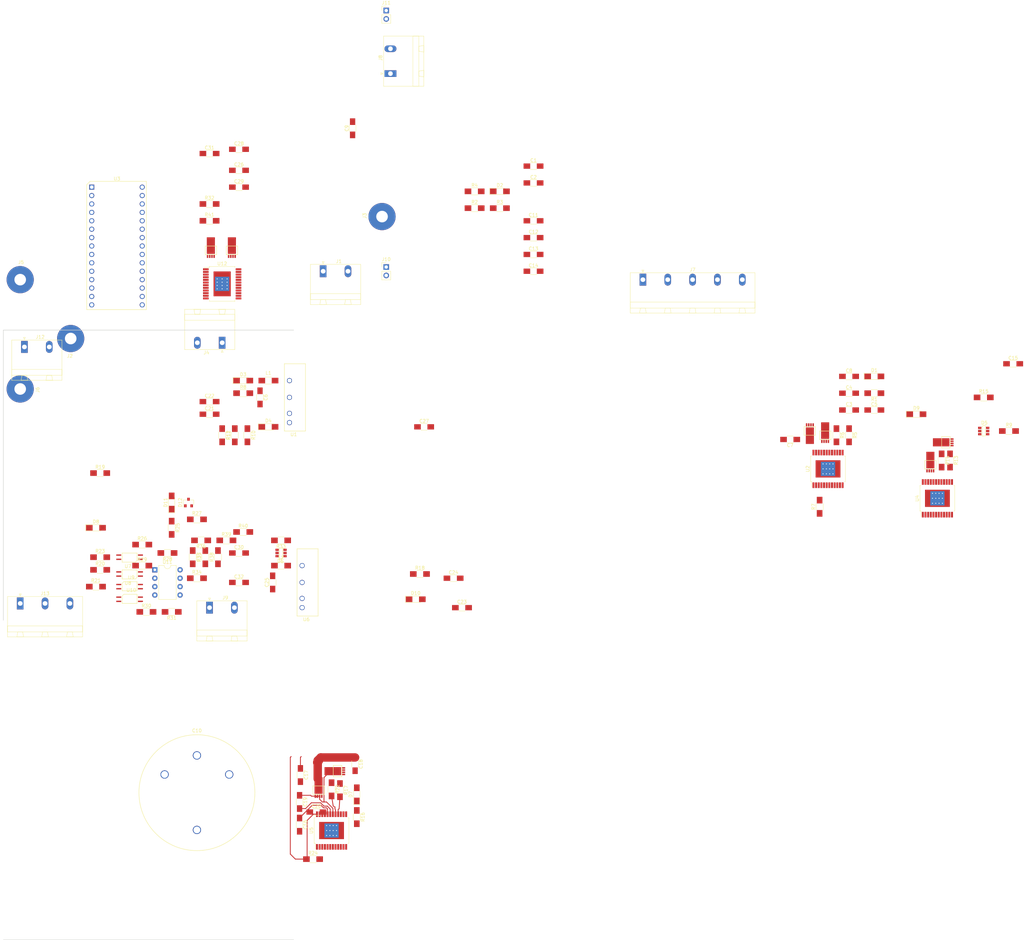
<source format=kicad_pcb>
(kicad_pcb (version 4) (host pcbnew 4.0.7)
  (layers (0 F.Cu signal) (31 B.Cu power) (34 B.Paste user) (35 F.Paste user) (36 B.SilkS user) (37 F.SilkS user) (38 B.Mask user) (39 F.Mask user) (44 Edge.Cuts user))
  (net 0 "")
  (net 1 Earth)
  (net 2 "Net-(C2-Pad1)")
  (net 3 "Net-(C3-Pad1)")
  (net 4 +48V)
  (net 5 "Net-(C5-Pad2)")
  (net 6 +5V)
  (net 7 EL_B)
  (net 8 "Net-(C7-Pad2)")
  (net 9 "Net-(C15-Pad1)")
  (net 10 EL_F)
  (net 11 "Net-(C18-Pad2)")
  (net 12 "Net-(C19-Pad2)")
  (net 13 "Net-(C20-Pad1)")
  (net 14 AZ_B)
  (net 15 "Net-(C24-Pad1)")
  (net 16 +5VD)
  (net 17 GNDD)
  (net 18 "Net-(C26-Pad1)")
  (net 19 AZ_F)
  (net 20 "Net-(D1-Pad1)")
  (net 21 "Net-(D2-Pad1)")
  (net 22 "Net-(D3-Pad1)")
  (net 23 "Net-(D4-Pad1)")
  (net 24 A1)
  (net 25 A0)
  (net 26 AZRTE)
  (net 27 ELRTE)
  (net 28 "Net-(D10-Pad1)")
  (net 29 "Net-(D11-Pad1)")
  (net 30 "Net-(L1-Pad2)")
  (net 31 "Net-(L2-Pad2)")
  (net 32 "Net-(R3-Pad2)")
  (net 33 "Net-(Q1-Pad4)")
  (net 34 "Net-(Q2-Pad4)")
  (net 35 "Net-(R7-Pad2)")
  (net 36 "Net-(R10-Pad2)")
  (net 37 "Net-(R11-Pad2)")
  (net 38 "Net-(Q3-Pad4)")
  (net 39 "Net-(Q4-Pad4)")
  (net 40 "Net-(Q5-Pad4)")
  (net 41 "Net-(R19-Pad2)")
  (net 42 RX)
  (net 43 EN)
  (net 44 TX)
  (net 45 "Net-(R22-Pad2)")
  (net 46 ISO_PWR_DET)
  (net 47 "Net-(Q6-Pad4)")
  (net 48 "Net-(R24-Pad2)")
  (net 49 "Net-(R26-Pad2)")
  (net 50 "Net-(R28-Pad2)")
  (net 51 "Net-(R29-Pad2)")
  (net 52 "Net-(R36-Pad2)")
  (net 53 "Net-(R39-Pad2)")
  (net 54 "Net-(Q7-Pad4)")
  (net 55 "Net-(R41-Pad2)")
  (net 56 "Net-(Q8-Pad4)")
  (net 57 "Net-(U2-Pad2)")
  (net 58 "Net-(U2-Pad7)")
  (net 59 "Net-(U2-Pad8)")
  (net 60 "Net-(U2-Pad9)")
  (net 61 "Net-(U2-Pad10)")
  (net 62 "Net-(U2-Pad11)")
  (net 63 "Net-(U2-Pad12)")
  (net 64 "Net-(U2-Pad13)")
  (net 65 "Net-(U2-Pad14)")
  (net 66 "Net-(U3-Pad17)")
  (net 67 "Net-(U4-Pad2)")
  (net 68 "Net-(U4-Pad7)")
  (net 69 "Net-(U4-Pad8)")
  (net 70 "Net-(U4-Pad9)")
  (net 71 "Net-(U4-Pad10)")
  (net 72 "Net-(U4-Pad11)")
  (net 73 "Net-(U4-Pad12)")
  (net 74 "Net-(U4-Pad13)")
  (net 75 "Net-(U4-Pad14)")
  (net 76 "Net-(U5-Pad2)")
  (net 77 "Net-(U5-Pad7)")
  (net 78 "Net-(U5-Pad8)")
  (net 79 "Net-(U5-Pad9)")
  (net 80 "Net-(U5-Pad10)")
  (net 81 "Net-(U5-Pad11)")
  (net 82 "Net-(U5-Pad12)")
  (net 83 "Net-(U5-Pad13)")
  (net 84 "Net-(U5-Pad14)")
  (net 85 "Net-(U12-Pad2)")
  (net 86 "Net-(U12-Pad7)")
  (net 87 "Net-(U12-Pad8)")
  (net 88 "Net-(U12-Pad9)")
  (net 89 "Net-(U12-Pad10)")
  (net 90 "Net-(U12-Pad11)")
  (net 91 "Net-(U12-Pad12)")
  (net 92 "Net-(U12-Pad13)")
  (net 93 "Net-(U12-Pad14)")
  (net 94 "Net-(C9-Pad1)")
  (net 95 "Net-(C9-Pad2)")
  (net 96 "Net-(C10-Pad4)")
  (net 97 "Net-(C10-Pad3)")
  (net 98 "Net-(C11-Pad1)")
  (net 99 "Net-(C13-Pad2)")
  (net 100 "Net-(C14-Pad2)")
  (net 101 "Net-(C15-Pad2)")
  (net 102 "Net-(C16-Pad1)")
  (net 103 "Net-(C20-Pad2)")
  (net 104 "Net-(C23-Pad1)")
  (net 105 "Net-(C27-Pad2)")
  (net 106 "Net-(C29-Pad2)")
  (net 107 "Net-(C32-Pad1)")
  (net 108 "Net-(C32-Pad2)")
  (net 109 C3)
  (net 110 C2)
  (net 111 C1)
  (net 112 C0)
  (net 113 "Net-(D7-Pad1)")
  (net 114 "Net-(D8-Pad1)")
  (net 115 RLED)
  (net 116 "Net-(D9-Pad1)")
  (net 117 TLED)
  (net 118 "Net-(J7-Pad1)")
  (net 119 "Net-(R2-Pad2)")
  (net 120 "Net-(R4-Pad2)")
  (net 121 "Net-(R8-Pad2)")
  (net 122 "Net-(R12-Pad2)")
  (net 123 "Net-(R17-Pad2)")
  (net 124 "Net-(R20-Pad2)")
  (net 125 "Net-(R27-Pad1)")
  (net 126 "Net-(R27-Pad2)")
  (net 127 "Net-(R33-Pad2)")
  (net 128 "Net-(R34-Pad2)")
  (net 129 "Net-(R37-Pad2)")
  (net 130 "Net-(R40-Pad2)")
  (net 131 ELBH)
  (net 132 ELBL)
  (net 133 "Net-(U3-Pad3)")
  (net 134 AZBH)
  (net 135 AZBL)
  (net 136 AZFH)
  (net 137 AZFL)
  (net 138 ELFH)
  (net 139 ELFL)
  (net 140 A6)
  (net 141 A7)
  (net 142 "Net-(U3-Pad27)")
  (net 143 "Net-(U3-Pad28)")
  (module Capacitors_SMD:C_1206_HandSoldering (layer F.Cu) (at 172.72 -36.83)
    (fp_text reference C1 (at 0 -1.75) (layer F.SilkS))
    (fp_text value 1u)
    (pad 1 smd rect (at -2 0) (size 2 1.6) (layers F.Cu F.Paste F.Mask) (net 6 +5V))
    (pad 2 smd rect (at 2 0) (size 2 1.6) (layers F.Cu F.Paste F.Mask) (net 1 Earth))
  )
  (module Capacitors_SMD:C_1206_HandSoldering (layer F.Cu) (at 172.72 -31.75)
    (fp_text reference C2 (at 0 -1.75) (layer F.SilkS))
    (fp_text value 1u)
    (pad 1 smd rect (at -2 0) (size 2 1.6) (layers F.Cu F.Paste F.Mask) (net 2 "Net-(C2-Pad1)"))
    (pad 2 smd rect (at 2 0) (size 2 1.6) (layers F.Cu F.Paste F.Mask) (net 1 Earth))
  )
  (module Capacitors_SMD:C_1206_HandSoldering (layer F.Cu) (at 267.97 36.83)
    (fp_text reference C3 (at 0 -1.75) (layer F.SilkS))
    (fp_text value 1u)
    (pad 1 smd rect (at -2 0) (size 2 1.6) (layers F.Cu F.Paste F.Mask) (net 3 "Net-(C3-Pad1)"))
    (pad 2 smd rect (at 2 0) (size 2 1.6) (layers F.Cu F.Paste F.Mask) (net 1 Earth))
  )
  (module Capacitors_SMD:C_1206_HandSoldering (layer F.Cu) (at 267.97 31.75)
    (fp_text reference C4 (at 0 -1.75) (layer F.SilkS))
    (fp_text value 0.1u)
    (pad 1 smd rect (at -2 0) (size 2 1.6) (layers F.Cu F.Paste F.Mask) (net 4 +48V))
    (pad 2 smd rect (at 2 0) (size 2 1.6) (layers F.Cu F.Paste F.Mask) (net 1 Earth))
  )
  (module Capacitors_SMD:C_1206_HandSoldering (layer F.Cu) (at 275.59 36.83)
    (fp_text reference C5 (at 0 -1.75) (layer F.SilkS))
    (fp_text value 100n)
    (pad 1 smd rect (at -2 0) (size 2 1.6) (layers F.Cu F.Paste F.Mask) (net 4 +48V))
    (pad 2 smd rect (at 2 0) (size 2 1.6) (layers F.Cu F.Paste F.Mask) (net 5 "Net-(C5-Pad2)"))
  )
  (module Capacitors_SMD:C_1206_HandSoldering (layer F.Cu) (at 90.17 33.02 270)
    (fp_text reference C6 (at 0 -1.75 270) (layer F.SilkS))
    (fp_text value 10u)
    (pad 1 smd rect (at -2 0 270) (size 2 1.6) (layers F.Cu F.Paste F.Mask) (net 6 +5V))
    (pad 2 smd rect (at 2 0 270) (size 2 1.6) (layers F.Cu F.Paste F.Mask) (net 1 Earth))
  )
  (module Capacitors_SMD:C_1206_HandSoldering (layer F.Cu) (at 250.19 45.72 180)
    (fp_text reference C7 (at 0 -1.75 180) (layer F.SilkS))
    (fp_text value 0.015u)
    (pad 1 smd rect (at -2 0 180) (size 2 1.6) (layers F.Cu F.Paste F.Mask) (net 7 EL_B))
    (pad 2 smd rect (at 2 0 180) (size 2 1.6) (layers F.Cu F.Paste F.Mask) (net 8 "Net-(C7-Pad2)"))
  )
  (module Capacitors_SMD:C_1206_HandSoldering (layer F.Cu) (at 267.97 26.67)
    (fp_text reference C8 (at 0 -1.75) (layer F.SilkS))
    (fp_text value 0.1u)
    (pad 1 smd rect (at -2 0) (size 2 1.6) (layers F.Cu F.Paste F.Mask) (net 6 +5V))
    (pad 2 smd rect (at 2 0) (size 2 1.6) (layers F.Cu F.Paste F.Mask) (net 1 Earth))
  )
  (module Capacitors_SMD:C_1206_HandSoldering (layer F.Cu) (at 172.72 -20.32)
    (fp_text reference C11 (at 0 -1.75) (layer F.SilkS))
    (fp_text value 1u)
    (pad 1 smd rect (at -2 0) (size 2 1.6) (layers F.Cu F.Paste F.Mask) (net 98 "Net-(C11-Pad1)"))
    (pad 2 smd rect (at 2 0) (size 2 1.6) (layers F.Cu F.Paste F.Mask) (net 1 Earth))
  )
  (module Capacitors_SMD:C_1206_HandSoldering (layer F.Cu) (at 172.72 -15.24)
    (fp_text reference C12 (at 0 -1.75) (layer F.SilkS))
    (fp_text value 0.1u)
    (pad 1 smd rect (at -2 0) (size 2 1.6) (layers F.Cu F.Paste F.Mask) (net 4 +48V))
    (pad 2 smd rect (at 2 0) (size 2 1.6) (layers F.Cu F.Paste F.Mask) (net 1 Earth))
  )
  (module Capacitors_SMD:C_1206_HandSoldering (layer F.Cu) (at 172.72 -10.16)
    (fp_text reference C13 (at 0 -1.75) (layer F.SilkS))
    (fp_text value 100n)
    (pad 1 smd rect (at -2 0) (size 2 1.6) (layers F.Cu F.Paste F.Mask) (net 4 +48V))
    (pad 2 smd rect (at 2 0) (size 2 1.6) (layers F.Cu F.Paste F.Mask) (net 99 "Net-(C13-Pad2)"))
  )
  (module Capacitors_SMD:C_1206_HandSoldering (layer F.Cu) (at 172.72 -5.08)
    (fp_text reference C14 (at 0 -1.75) (layer F.SilkS))
    (fp_text value 0.015u)
    (pad 1 smd rect (at -2 0) (size 2 1.6) (layers F.Cu F.Paste F.Mask) (net 10 EL_F))
    (pad 2 smd rect (at 2 0) (size 2 1.6) (layers F.Cu F.Paste F.Mask) (net 100 "Net-(C14-Pad2)"))
  )
  (module Capacitors_SMD:C_1206_HandSoldering (layer F.Cu) (at 317.5 22.86)
    (fp_text reference C15 (at 0 -1.75) (layer F.SilkS))
    (fp_text value 0.47u)
    (pad 1 smd rect (at -2 0) (size 2 1.6) (layers F.Cu F.Paste F.Mask) (net 9 "Net-(C15-Pad1)"))
    (pad 2 smd rect (at 2 0) (size 2 1.6) (layers F.Cu F.Paste F.Mask) (net 101 "Net-(C15-Pad2)"))
  )
  (module Capacitors_SMD:C_1206_HandSoldering (layer F.Cu) (at 102.108 162.052 270)
    (fp_text reference C16 (at 0 -1.75 270) (layer F.SilkS))
    (fp_text value 1u)
    (pad 1 smd rect (at -2 0 270) (size 2 1.6) (layers F.Cu F.Paste F.Mask) (net 102 "Net-(C16-Pad1)"))
    (pad 2 smd rect (at 2 0 270) (size 2 1.6) (layers F.Cu F.Paste F.Mask) (net 1 Earth))
  )
  (module Capacitors_SMD:C_1206_HandSoldering (layer F.Cu) (at 102.362 147.066 270)
    (fp_text reference C17 (at 0 -1.75 270) (layer F.SilkS))
    (fp_text value 0.1u)
    (pad 1 smd rect (at -2 0 270) (size 2 1.6) (layers F.Cu F.Paste F.Mask) (net 4 +48V))
    (pad 2 smd rect (at 2 0 270) (size 2 1.6) (layers F.Cu F.Paste F.Mask) (net 1 Earth))
  )
  (module Capacitors_SMD:C_1206_HandSoldering (layer F.Cu) (at 118.872 143.764 270)
    (fp_text reference C18 (at 0 -1.75 270) (layer F.SilkS))
    (fp_text value 100n)
    (pad 1 smd rect (at -2 0 270) (size 2 1.6) (layers F.Cu F.Paste F.Mask) (net 4 +48V))
    (pad 2 smd rect (at 2 0 270) (size 2 1.6) (layers F.Cu F.Paste F.Mask) (net 11 "Net-(C18-Pad2)"))
  )
  (module Capacitors_SMD:C_1206_HandSoldering (layer F.Cu) (at 102.108 155.194 270)
    (fp_text reference C19 (at 0 -1.75 270) (layer F.SilkS))
    (fp_text value 0.015u)
    (pad 1 smd rect (at -2 0 270) (size 2 1.6) (layers F.Cu F.Paste F.Mask) (net 14 AZ_B))
    (pad 2 smd rect (at 2 0 270) (size 2 1.6) (layers F.Cu F.Paste F.Mask) (net 12 "Net-(C19-Pad2)"))
  )
  (module Capacitors_SMD:C_1206_HandSoldering (layer F.Cu) (at 107.188 158.242)
    (fp_text reference C20 (at 0 -1.75) (layer F.SilkS))
    (fp_text value 0.47u)
    (pad 1 smd rect (at -2 0) (size 2 1.6) (layers F.Cu F.Paste F.Mask) (net 13 "Net-(C20-Pad1)"))
    (pad 2 smd rect (at 2 0) (size 2 1.6) (layers F.Cu F.Paste F.Mask) (net 103 "Net-(C20-Pad2)"))
  )
  (module Capacitors_SMD:C_1206_HandSoldering (layer F.Cu) (at 74.93 38.1)
    (fp_text reference C21 (at 0 -1.75) (layer F.SilkS))
    (fp_text value 10u)
    (pad 1 smd rect (at -2 0) (size 2 1.6) (layers F.Cu F.Paste F.Mask) (net 16 +5VD))
    (pad 2 smd rect (at 2 0) (size 2 1.6) (layers F.Cu F.Paste F.Mask) (net 17 GNDD))
  )
  (module Capacitors_SMD:C_1206_HandSoldering (layer F.Cu) (at 74.93 34.29)
    (fp_text reference C22 (at 0 -1.75) (layer F.SilkS))
    (fp_text value 0.1u)
    (pad 1 smd rect (at -2 0) (size 2 1.6) (layers F.Cu F.Paste F.Mask) (net 16 +5VD))
    (pad 2 smd rect (at 2 0) (size 2 1.6) (layers F.Cu F.Paste F.Mask) (net 17 GNDD))
  )
  (module Capacitors_SMD:C_1206_HandSoldering (layer F.Cu) (at 151.13 96.52)
    (fp_text reference C23 (at 0 -1.75) (layer F.SilkS))
    (fp_text value 100pF)
    (pad 1 smd rect (at -2 0) (size 2 1.6) (layers F.Cu F.Paste F.Mask) (net 104 "Net-(C23-Pad1)"))
    (pad 2 smd rect (at 2 0) (size 2 1.6) (layers F.Cu F.Paste F.Mask) (net 17 GNDD))
  )
  (module Capacitors_SMD:C_1206_HandSoldering (layer F.Cu) (at 148.59 87.63)
    (fp_text reference C24 (at 0 -1.75) (layer F.SilkS))
    (fp_text value 1u)
    (pad 1 smd rect (at -2 0) (size 2 1.6) (layers F.Cu F.Paste F.Mask) (net 15 "Net-(C24-Pad1)"))
    (pad 2 smd rect (at 2 0) (size 2 1.6) (layers F.Cu F.Paste F.Mask) (net 1 Earth))
  )
  (module Capacitors_SMD:C_1206_HandSoldering (layer F.Cu) (at 93.98 88.9 90)
    (fp_text reference C25 (at 0 -1.75 90) (layer F.SilkS))
    (fp_text value 0.1u)
    (pad 1 smd rect (at -2 0 90) (size 2 1.6) (layers F.Cu F.Paste F.Mask) (net 4 +48V))
    (pad 2 smd rect (at 2 0 90) (size 2 1.6) (layers F.Cu F.Paste F.Mask) (net 1 Earth))
  )
  (module Capacitors_SMD:C_1206_HandSoldering (layer F.Cu) (at 83.82 -35.56)
    (fp_text reference C26 (at 0 -1.75) (layer F.SilkS))
    (fp_text value 100pF)
    (pad 1 smd rect (at -2 0) (size 2 1.6) (layers F.Cu F.Paste F.Mask) (net 18 "Net-(C26-Pad1)"))
    (pad 2 smd rect (at 2 0) (size 2 1.6) (layers F.Cu F.Paste F.Mask) (net 17 GNDD))
  )
  (module Capacitors_SMD:C_1206_HandSoldering (layer F.Cu) (at 139.7 41.91)
    (fp_text reference C27 (at 0 -1.75) (layer F.SilkS))
    (fp_text value 100n)
    (pad 1 smd rect (at -2 0) (size 2 1.6) (layers F.Cu F.Paste F.Mask) (net 4 +48V))
    (pad 2 smd rect (at 2 0) (size 2 1.6) (layers F.Cu F.Paste F.Mask) (net 105 "Net-(C27-Pad2)"))
  )
  (module Capacitors_SMD:C_1206_HandSoldering (layer F.Cu) (at 83.82 -41.91)
    (fp_text reference C28 (at 0 -1.75) (layer F.SilkS))
    (fp_text value 1000pF)
    (pad 1 smd rect (at -2 0) (size 2 1.6) (layers F.Cu F.Paste F.Mask) (net 104 "Net-(C23-Pad1)"))
    (pad 2 smd rect (at 2 0) (size 2 1.6) (layers F.Cu F.Paste F.Mask) (net 1 Earth))
  )
  (module Capacitors_SMD:C_1206_HandSoldering (layer F.Cu) (at 83.82 -30.48)
    (fp_text reference C29 (at 0 -1.75) (layer F.SilkS))
    (fp_text value 0.015u)
    (pad 1 smd rect (at -2 0) (size 2 1.6) (layers F.Cu F.Paste F.Mask) (net 19 AZ_F))
    (pad 2 smd rect (at 2 0) (size 2 1.6) (layers F.Cu F.Paste F.Mask) (net 106 "Net-(C29-Pad2)"))
  )
  (module Capacitors_SMD:C_1206_HandSoldering (layer F.Cu) (at 83.82 80.01)
    (fp_text reference C30 (at 0 -1.75) (layer F.SilkS))
    (fp_text value 1000pF)
    (pad 1 smd rect (at -2 0) (size 2 1.6) (layers F.Cu F.Paste F.Mask) (net 18 "Net-(C26-Pad1)"))
    (pad 2 smd rect (at 2 0) (size 2 1.6) (layers F.Cu F.Paste F.Mask) (net 1 Earth))
  )
  (module Capacitors_SMD:C_1206_HandSoldering (layer F.Cu) (at 74.93 -40.64)
    (fp_text reference C31 (at 0 -1.75) (layer F.SilkS))
    (fp_text value 1u)
    (pad 1 smd rect (at -2 0) (size 2 1.6) (layers F.Cu F.Paste F.Mask) (net 17 GNDD))
    (pad 2 smd rect (at 2 0) (size 2 1.6) (layers F.Cu F.Paste F.Mask) (net 1 Earth))
  )
  (module Capacitors_SMD:C_1206_HandSoldering (layer F.Cu) (at 83.82 88.9)
    (fp_text reference C32 (at 0 -1.75) (layer F.SilkS))
    (fp_text value 0.47u)
    (pad 1 smd rect (at -2 0) (size 2 1.6) (layers F.Cu F.Paste F.Mask) (net 107 "Net-(C32-Pad1)"))
    (pad 2 smd rect (at 2 0) (size 2 1.6) (layers F.Cu F.Paste F.Mask) (net 108 "Net-(C32-Pad2)"))
  )
  (module LEDs:LED_1206_HandSoldering (layer F.Cu) (at 275.59 26.67)
    (fp_text reference D1 (at 0 -1.85) (layer F.SilkS))
    (fp_text value EL_BW)
    (pad 1 smd rect (at -2 0) (size 2 1.7) (layers F.Cu F.Paste F.Mask) (net 20 "Net-(D1-Pad1)"))
    (pad 2 smd rect (at 2 0) (size 2 1.7) (layers F.Cu F.Paste F.Mask) (net 5 "Net-(C5-Pad2)"))
  )
  (module LEDs:LED_1206_HandSoldering (layer F.Cu) (at 85.09 27.94)
    (fp_text reference D3 (at 0 -1.85) (layer F.SilkS))
    (fp_text value +48V)
    (pad 1 smd rect (at -2 0) (size 2 1.7) (layers F.Cu F.Paste F.Mask) (net 22 "Net-(D3-Pad1)"))
    (pad 2 smd rect (at 2 0) (size 2 1.7) (layers F.Cu F.Paste F.Mask) (net 4 +48V))
  )
  (module LEDs:LED_1206_HandSoldering (layer F.Cu) (at 92.71 41.91)
    (fp_text reference D4 (at 0 -1.85) (layer F.SilkS))
    (fp_text value EL_FW)
    (pad 1 smd rect (at -2 0) (size 2 1.7) (layers F.Cu F.Paste F.Mask) (net 23 "Net-(D4-Pad1)"))
    (pad 2 smd rect (at 2 0) (size 2 1.7) (layers F.Cu F.Paste F.Mask) (net 99 "Net-(C13-Pad2)"))
  )
  (module LEDs:LED_1206_HandSoldering (layer F.Cu) (at 137.16 93.98)
    (fp_text reference D10 (at 0 -1.85) (layer F.SilkS))
    (fp_text value EL_FW)
    (pad 1 smd rect (at -2 0) (size 2 1.7) (layers F.Cu F.Paste F.Mask) (net 28 "Net-(D10-Pad1)"))
    (pad 2 smd rect (at 2 0) (size 2 1.7) (layers F.Cu F.Paste F.Mask) (net 105 "Net-(C27-Pad2)"))
  )
  (module LEDs:LED_1206_HandSoldering (layer F.Cu) (at 63.5 64.77 90)
    (fp_text reference D11 (at 0 -1.85 90) (layer F.SilkS))
    (fp_text value +5V_ISO)
    (pad 1 smd rect (at -2 0 90) (size 2 1.7) (layers F.Cu F.Paste F.Mask) (net 29 "Net-(D11-Pad1)"))
    (pad 2 smd rect (at 2 0 90) (size 2 1.7) (layers F.Cu F.Paste F.Mask) (net 16 +5VD))
  )
  (module Connectors_Phoenix:PhoenixContact_GMSTBA-G_02x7.50mm_Angled (layer F.Cu) (at 109.22 -5.08)
    (fp_text reference J1 (at 4.75 -3) (layer F.SilkS))
    (fp_text value +48V_IN)
    (pad 1 thru_hole rect (at 0 0) (size 2 3.6) (drill 1.4) (layers *.Cu *.Mask) (net 4 +48V))
    (pad 2 thru_hole oval (at 7.5 0) (size 2 3.6) (drill 1.4) (layers *.Cu *.Mask) (net 1 Earth))
  )
  (module Connectors_Phoenix:PhoenixContact_GMSTBA-G_02x7.50mm_Angled (layer F.Cu) (at 129.54 -64.77 90)
    (fp_text reference J8 (at 4.75 -3 90) (layer F.SilkS))
    (fp_text value GPIO)
    (pad 1 thru_hole rect (at 0 0 90) (size 2 3.6) (drill 1.4) (layers *.Cu *.Mask) (net 112 C0))
    (pad 2 thru_hole oval (at 7.5 0 90) (size 2 3.6) (drill 1.4) (layers *.Cu *.Mask) (net 111 C1))
  )
  (module Inductors_SMD:L_1206_HandSoldering (layer F.Cu) (at 92.71 27.94)
    (fp_text reference L1 (at 0 -2.3) (layer F.SilkS))
    (fp_text value "10 uH")
    (pad 1 smd rect (at -2 0) (size 2 1.7) (layers F.Cu F.Paste F.Mask) (net 6 +5V))
    (pad 2 smd rect (at 2 0) (size 2 1.7) (layers F.Cu F.Paste F.Mask) (net 30 "Net-(L1-Pad2)"))
  )
  (module Inductors_SMD:L_1206_HandSoldering (layer F.Cu) (at 96.52 83.82)
    (fp_text reference L2 (at 0 -2.3) (layer F.SilkS))
    (fp_text value "10 uH")
    (pad 1 smd rect (at -2 0) (size 2 1.7) (layers F.Cu F.Paste F.Mask) (net 16 +5VD))
    (pad 2 smd rect (at 2 0) (size 2 1.7) (layers F.Cu F.Paste F.Mask) (net 31 "Net-(L2-Pad2)"))
  )
  (module Resistors_SMD:R_1206_HandSoldering (layer F.Cu) (at 275.59 31.75 180)
    (fp_text reference R1 (at 0 -1.85 180) (layer F.SilkS))
    (fp_text value 150)
    (pad 1 smd rect (at -2 0 180) (size 2 1.7) (layers F.Cu F.Paste F.Mask) (net 20 "Net-(D1-Pad1)"))
    (pad 2 smd rect (at 2 0 180) (size 2 1.7) (layers F.Cu F.Paste F.Mask) (net 1 Earth))
  )
  (module Resistors_SMD:R_1206_HandSoldering (layer F.Cu) (at 154.94 -24.13)
    (fp_text reference R2 (at 0 -1.85) (layer F.SilkS))
    (fp_text value 150)
    (pad 1 smd rect (at -2 0) (size 2 1.7) (layers F.Cu F.Paste F.Mask) (net 33 "Net-(Q1-Pad4)"))
    (pad 2 smd rect (at 2 0) (size 2 1.7) (layers F.Cu F.Paste F.Mask) (net 119 "Net-(R2-Pad2)"))
  )
  (module Resistors_SMD:R_1206_HandSoldering (layer F.Cu) (at 162.56 -24.13)
    (fp_text reference R3 (at 0 -1.85) (layer F.SilkS))
    (fp_text value 150)
    (pad 1 smd rect (at -2 0) (size 2 1.7) (layers F.Cu F.Paste F.Mask) (net 34 "Net-(Q2-Pad4)"))
    (pad 2 smd rect (at 2 0) (size 2 1.7) (layers F.Cu F.Paste F.Mask) (net 32 "Net-(R3-Pad2)"))
  )
  (module Resistors_SMD:R_1206_HandSoldering (layer F.Cu) (at 154.94 -29.21)
    (fp_text reference R4 (at 0 -1.85) (layer F.SilkS))
    (fp_text value 1K)
    (pad 1 smd rect (at -2 0) (size 2 1.7) (layers F.Cu F.Paste F.Mask) (net 4 +48V))
    (pad 2 smd rect (at 2 0) (size 2 1.7) (layers F.Cu F.Paste F.Mask) (net 120 "Net-(R4-Pad2)"))
  )
  (module Resistors_SMD:R_1206_HandSoldering (layer F.Cu) (at 267.97 44.45 270)
    (fp_text reference R5 (at 0 -1.85 270) (layer F.SilkS))
    (fp_text value 150)
    (pad 1 smd rect (at -2 0 270) (size 2 1.7) (layers F.Cu F.Paste F.Mask) (net 21 "Net-(D2-Pad1)"))
    (pad 2 smd rect (at 2 0 270) (size 2 1.7) (layers F.Cu F.Paste F.Mask) (net 1 Earth))
  )
  (module Resistors_SMD:R_1206_HandSoldering (layer F.Cu) (at 264.16 44.45 270)
    (fp_text reference R6 (at 0 -1.85 270) (layer F.SilkS))
    (fp_text value 150)
    (pad 1 smd rect (at -2 0 270) (size 2 1.7) (layers F.Cu F.Paste F.Mask) (net 23 "Net-(D4-Pad1)"))
    (pad 2 smd rect (at 2 0 270) (size 2 1.7) (layers F.Cu F.Paste F.Mask) (net 1 Earth))
  )
  (module Resistors_SMD:R_1206_HandSoldering (layer F.Cu) (at 259.08 66.04 90)
    (fp_text reference R7 (at 0 -1.85 90) (layer F.SilkS))
    (fp_text value 1K)
    (pad 1 smd rect (at -2 0 90) (size 2 1.7) (layers F.Cu F.Paste F.Mask) (net 22 "Net-(D3-Pad1)"))
    (pad 2 smd rect (at 2 0 90) (size 2 1.7) (layers F.Cu F.Paste F.Mask) (net 35 "Net-(R7-Pad2)"))
  )
  (module Resistors_SMD:R_1206_HandSoldering (layer F.Cu) (at 85.09 31.75)
    (fp_text reference R8 (at 0 -1.85) (layer F.SilkS))
    (fp_text value 1K)
    (pad 1 smd rect (at -2 0) (size 2 1.7) (layers F.Cu F.Paste F.Mask) (net 35 "Net-(R7-Pad2)"))
    (pad 2 smd rect (at 2 0) (size 2 1.7) (layers F.Cu F.Paste F.Mask) (net 121 "Net-(R8-Pad2)"))
  )
  (module Resistors_SMD:R_1206_HandSoldering (layer F.Cu) (at 316.23 43.18)
    (fp_text reference R9 (at 0 -1.85) (layer F.SilkS))
    (fp_text value 1K)
    (pad 1 smd rect (at -2 0) (size 2 1.7) (layers F.Cu F.Paste F.Mask) (net 121 "Net-(R8-Pad2)"))
    (pad 2 smd rect (at 2 0) (size 2 1.7) (layers F.Cu F.Paste F.Mask) (net 1 Earth))
  )
  (module Resistors_SMD:R_1206_HandSoldering (layer F.Cu) (at 86.36 44.45 270)
    (fp_text reference R10 (at 0 -1.85 270) (layer F.SilkS))
    (fp_text value 150)
    (pad 1 smd rect (at -2 0 270) (size 2 1.7) (layers F.Cu F.Paste F.Mask) (net 38 "Net-(Q3-Pad4)"))
    (pad 2 smd rect (at 2 0 270) (size 2 1.7) (layers F.Cu F.Paste F.Mask) (net 36 "Net-(R10-Pad2)"))
  )
  (module Resistors_SMD:R_1206_HandSoldering (layer F.Cu) (at 82.55 44.45 90)
    (fp_text reference R11 (at 0 -1.85 90) (layer F.SilkS))
    (fp_text value 150)
    (pad 1 smd rect (at -2 0 90) (size 2 1.7) (layers F.Cu F.Paste F.Mask) (net 39 "Net-(Q4-Pad4)"))
    (pad 2 smd rect (at 2 0 90) (size 2 1.7) (layers F.Cu F.Paste F.Mask) (net 37 "Net-(R11-Pad2)"))
  )
  (module Resistors_SMD:R_1206_HandSoldering (layer F.Cu) (at 78.74 44.45 270)
    (fp_text reference R12 (at 0 -1.85 270) (layer F.SilkS))
    (fp_text value 1K)
    (pad 1 smd rect (at -2 0 270) (size 2 1.7) (layers F.Cu F.Paste F.Mask) (net 4 +48V))
    (pad 2 smd rect (at 2 0 270) (size 2 1.7) (layers F.Cu F.Paste F.Mask) (net 122 "Net-(R12-Pad2)"))
  )
  (module Resistors_SMD:R_1206_HandSoldering (layer F.Cu) (at 298.45 52.07 270)
    (fp_text reference R13 (at 0 -1.85 270) (layer F.SilkS))
    (fp_text value 150)
    (pad 1 smd rect (at -2 0 270) (size 2 1.7) (layers F.Cu F.Paste F.Mask) (net 118 "Net-(J7-Pad1)"))
    (pad 2 smd rect (at 2 0 270) (size 2 1.7) (layers F.Cu F.Paste F.Mask) (net 6 +5V))
  )
  (module Resistors_SMD:R_1206_HandSoldering (layer F.Cu) (at 295.91 52.07 270)
    (fp_text reference R14 (at 0 -1.85 270) (layer F.SilkS))
    (fp_text value 1K)
    (pad 1 smd rect (at -2 0 270) (size 2 1.7) (layers F.Cu F.Paste F.Mask) (net 27 ELRTE))
    (pad 2 smd rect (at 2 0 270) (size 2 1.7) (layers F.Cu F.Paste F.Mask) (net 6 +5V))
  )
  (module Resistors_SMD:R_1206_HandSoldering (layer F.Cu) (at 308.61 33.02)
    (fp_text reference R15 (at 0 -1.85) (layer F.SilkS))
    (fp_text value 1K)
    (pad 1 smd rect (at -2 0) (size 2 1.7) (layers F.Cu F.Paste F.Mask) (net 26 AZRTE))
    (pad 2 smd rect (at 2 0) (size 2 1.7) (layers F.Cu F.Paste F.Mask) (net 6 +5V))
  )
  (module Resistors_SMD:R_1206_HandSoldering (layer F.Cu) (at 119.38 159.766 270)
    (fp_text reference R16 (at 0 -1.85 270) (layer F.SilkS))
    (fp_text value 150)
    (pad 1 smd rect (at -2 0 270) (size 2 1.7) (layers F.Cu F.Paste F.Mask) (net 113 "Net-(D7-Pad1)"))
    (pad 2 smd rect (at 2 0 270) (size 2 1.7) (layers F.Cu F.Paste F.Mask) (net 1 Earth))
  )
  (module Resistors_SMD:R_1206_HandSoldering (layer F.Cu) (at 114.3 151.638 270)
    (fp_text reference R17 (at 0 -1.85 270) (layer F.SilkS))
    (fp_text value 150)
    (pad 1 smd rect (at -2 0 270) (size 2 1.7) (layers F.Cu F.Paste F.Mask) (net 40 "Net-(Q5-Pad4)"))
    (pad 2 smd rect (at 2 0 270) (size 2 1.7) (layers F.Cu F.Paste F.Mask) (net 123 "Net-(R17-Pad2)"))
  )
  (module Resistors_SMD:R_1206_HandSoldering (layer F.Cu) (at 138.43 86.36)
    (fp_text reference R18 (at 0 -1.85) (layer F.SilkS))
    (fp_text value 1K)
    (pad 1 smd rect (at -2 0) (size 2 1.7) (layers F.Cu F.Paste F.Mask) (net 6 +5V))
    (pad 2 smd rect (at 2 0) (size 2 1.7) (layers F.Cu F.Paste F.Mask) (net 42 RX))
  )
  (module Resistors_SMD:R_1206_HandSoldering (layer F.Cu) (at 41.91 55.88)
    (fp_text reference R19 (at 0 -1.85) (layer F.SilkS))
    (fp_text value 150)
    (pad 1 smd rect (at -2 0) (size 2 1.7) (layers F.Cu F.Paste F.Mask) (net 43 EN))
    (pad 2 smd rect (at 2 0) (size 2 1.7) (layers F.Cu F.Paste F.Mask) (net 41 "Net-(R19-Pad2)"))
  )
  (module Resistors_SMD:R_1206_HandSoldering (layer F.Cu) (at 41.91 85.09)
    (fp_text reference R20 (at 0 -1.85) (layer F.SilkS))
    (fp_text value 150)
    (pad 1 smd rect (at -2 0) (size 2 1.7) (layers F.Cu F.Paste F.Mask) (net 44 TX))
    (pad 2 smd rect (at 2 0) (size 2 1.7) (layers F.Cu F.Paste F.Mask) (net 124 "Net-(R20-Pad2)"))
  )
  (module Resistors_SMD:R_1206_HandSoldering (layer F.Cu) (at 40.64 90.17)
    (fp_text reference R21 (at 0 -1.85) (layer F.SilkS))
    (fp_text value 1K)
    (pad 1 smd rect (at -2 0) (size 2 1.7) (layers F.Cu F.Paste F.Mask) (net 6 +5V))
    (pad 2 smd rect (at 2 0) (size 2 1.7) (layers F.Cu F.Paste F.Mask) (net 46 ISO_PWR_DET))
  )
  (module Resistors_SMD:R_1206_HandSoldering (layer F.Cu) (at 111.76 151.384 270)
    (fp_text reference R22 (at 0 -1.85 270) (layer F.SilkS))
    (fp_text value 150)
    (pad 1 smd rect (at -2 0 270) (size 2 1.7) (layers F.Cu F.Paste F.Mask) (net 47 "Net-(Q6-Pad4)"))
    (pad 2 smd rect (at 2 0 270) (size 2 1.7) (layers F.Cu F.Paste F.Mask) (net 45 "Net-(R22-Pad2)"))
  )
  (module Resistors_SMD:R_1206_HandSoldering (layer F.Cu) (at 41.91 81.28)
    (fp_text reference R23 (at 0 -1.85) (layer F.SilkS))
    (fp_text value 150)
    (pad 1 smd rect (at -2 0) (size 2 1.7) (layers F.Cu F.Paste F.Mask) (net 114 "Net-(D8-Pad1)"))
    (pad 2 smd rect (at 2 0) (size 2 1.7) (layers F.Cu F.Paste F.Mask) (net 1 Earth))
  )
  (module Resistors_SMD:R_1206_HandSoldering (layer F.Cu) (at 106.172 172.466)
    (fp_text reference R24 (at 0 -1.85) (layer F.SilkS))
    (fp_text value 1K)
    (pad 1 smd rect (at -2 0) (size 2 1.7) (layers F.Cu F.Paste F.Mask) (net 4 +48V))
    (pad 2 smd rect (at 2 0) (size 2 1.7) (layers F.Cu F.Paste F.Mask) (net 48 "Net-(R24-Pad2)"))
  )
  (module Resistors_SMD:R_1206_HandSoldering (layer F.Cu) (at 63.5 72.39 270)
    (fp_text reference R25 (at 0 -1.85 270) (layer F.SilkS))
    (fp_text value 150)
    (pad 1 smd rect (at -2 0 270) (size 2 1.7) (layers F.Cu F.Paste F.Mask) (net 116 "Net-(D9-Pad1)"))
    (pad 2 smd rect (at 2 0 270) (size 2 1.7) (layers F.Cu F.Paste F.Mask) (net 1 Earth))
  )
  (module Resistors_SMD:R_1206_HandSoldering (layer F.Cu) (at 54.61 77.47)
    (fp_text reference R26 (at 0 -1.85) (layer F.SilkS))
    (fp_text value 150)
    (pad 1 smd rect (at -2 0) (size 2 1.7) (layers F.Cu F.Paste F.Mask) (net 16 +5VD))
    (pad 2 smd rect (at 2 0) (size 2 1.7) (layers F.Cu F.Paste F.Mask) (net 49 "Net-(R26-Pad2)"))
  )
  (module Resistors_SMD:R_1206_HandSoldering (layer F.Cu) (at 71.12 69.85)
    (fp_text reference R27 (at 0 -1.85) (layer F.SilkS))
    (fp_text value 150)
    (pad 1 smd rect (at -2 0) (size 2 1.7) (layers F.Cu F.Paste F.Mask) (net 125 "Net-(R27-Pad1)"))
    (pad 2 smd rect (at 2 0) (size 2 1.7) (layers F.Cu F.Paste F.Mask) (net 126 "Net-(R27-Pad2)"))
  )
  (module Resistors_SMD:R_1206_HandSoldering (layer F.Cu) (at 62.23 80.01 180)
    (fp_text reference R28 (at 0 -1.85 180) (layer F.SilkS))
    (fp_text value 1K)
    (pad 1 smd rect (at -2 0 180) (size 2 1.7) (layers F.Cu F.Paste F.Mask) (net 16 +5VD))
    (pad 2 smd rect (at 2 0 180) (size 2 1.7) (layers F.Cu F.Paste F.Mask) (net 50 "Net-(R28-Pad2)"))
  )
  (module Resistors_SMD:R_1206_HandSoldering (layer F.Cu) (at 54.61 83.82)
    (fp_text reference R29 (at 0 -1.85) (layer F.SilkS))
    (fp_text value 1K)
    (pad 1 smd rect (at -2 0) (size 2 1.7) (layers F.Cu F.Paste F.Mask) (net 16 +5VD))
    (pad 2 smd rect (at 2 0) (size 2 1.7) (layers F.Cu F.Paste F.Mask) (net 51 "Net-(R29-Pad2)"))
  )
  (module Resistors_SMD:R_1206_HandSoldering (layer F.Cu) (at 55.88 97.79)
    (fp_text reference R30 (at 0 -1.85) (layer F.SilkS))
    (fp_text value 150)
    (pad 1 smd rect (at -2 0) (size 2 1.7) (layers F.Cu F.Paste F.Mask) (net 28 "Net-(D10-Pad1)"))
    (pad 2 smd rect (at 2 0) (size 2 1.7) (layers F.Cu F.Paste F.Mask) (net 1 Earth))
  )
  (module Resistors_SMD:R_1206_HandSoldering (layer F.Cu) (at 63.5 97.79 180)
    (fp_text reference R31 (at 0 -1.85 180) (layer F.SilkS))
    (fp_text value 150)
    (pad 1 smd rect (at -2 0 180) (size 2 1.7) (layers F.Cu F.Paste F.Mask) (net 29 "Net-(D11-Pad1)"))
    (pad 2 smd rect (at 2 0 180) (size 2 1.7) (layers F.Cu F.Paste F.Mask) (net 17 GNDD))
  )
  (module Resistors_SMD:R_1206_HandSoldering (layer F.Cu) (at 74.93 -25.4)
    (fp_text reference R32 (at 0 -1.85) (layer F.SilkS))
    (fp_text value 150)
    (pad 1 smd rect (at -2 0) (size 2 1.7) (layers F.Cu F.Paste F.Mask) (net 18 "Net-(C26-Pad1)"))
    (pad 2 smd rect (at 2 0) (size 2 1.7) (layers F.Cu F.Paste F.Mask) (net 104 "Net-(C23-Pad1)"))
  )
  (module Resistors_SMD:R_1206_HandSoldering (layer F.Cu) (at 96.52 76.2 180)
    (fp_text reference R33 (at 0 -1.85 180) (layer F.SilkS))
    (fp_text value 150)
    (pad 1 smd rect (at -2 0 180) (size 2 1.7) (layers F.Cu F.Paste F.Mask) (net 16 +5VD))
    (pad 2 smd rect (at 2 0 180) (size 2 1.7) (layers F.Cu F.Paste F.Mask) (net 127 "Net-(R33-Pad2)"))
  )
  (module Resistors_SMD:R_1206_HandSoldering (layer F.Cu) (at 71.12 87.63)
    (fp_text reference R34 (at 0 -1.85) (layer F.SilkS))
    (fp_text value 150)
    (pad 1 smd rect (at -2 0) (size 2 1.7) (layers F.Cu F.Paste F.Mask) (net 127 "Net-(R33-Pad2)"))
    (pad 2 smd rect (at 2 0) (size 2 1.7) (layers F.Cu F.Paste F.Mask) (net 128 "Net-(R34-Pad2)"))
  )
  (module Resistors_SMD:R_1206_HandSoldering (layer F.Cu) (at 73.66 81.28 90)
    (fp_text reference R35 (at 0 -1.85 90) (layer F.SilkS))
    (fp_text value 150)
    (pad 1 smd rect (at -2 0 90) (size 2 1.7) (layers F.Cu F.Paste F.Mask) (net 128 "Net-(R34-Pad2)"))
    (pad 2 smd rect (at 2 0 90) (size 2 1.7) (layers F.Cu F.Paste F.Mask) (net 18 "Net-(C26-Pad1)"))
  )
  (module Resistors_SMD:R_1206_HandSoldering (layer F.Cu) (at 72.39 76.2 180)
    (fp_text reference R36 (at 0 -1.85 180) (layer F.SilkS))
    (fp_text value 150)
    (pad 1 smd rect (at -2 0 180) (size 2 1.7) (layers F.Cu F.Paste F.Mask) (net 104 "Net-(C23-Pad1)"))
    (pad 2 smd rect (at 2 0 180) (size 2 1.7) (layers F.Cu F.Paste F.Mask) (net 52 "Net-(R36-Pad2)"))
  )
  (module Resistors_SMD:R_1206_HandSoldering (layer F.Cu) (at 69.85 81.28 270)
    (fp_text reference R37 (at 0 -1.85 270) (layer F.SilkS))
    (fp_text value 150)
    (pad 1 smd rect (at -2 0 270) (size 2 1.7) (layers F.Cu F.Paste F.Mask) (net 52 "Net-(R36-Pad2)"))
    (pad 2 smd rect (at 2 0 270) (size 2 1.7) (layers F.Cu F.Paste F.Mask) (net 129 "Net-(R37-Pad2)"))
  )
  (module Resistors_SMD:R_1206_HandSoldering (layer F.Cu) (at 77.47 81.28 90)
    (fp_text reference R38 (at 0 -1.85 90) (layer F.SilkS))
    (fp_text value 150)
    (pad 1 smd rect (at -2 0 90) (size 2 1.7) (layers F.Cu F.Paste F.Mask) (net 129 "Net-(R37-Pad2)"))
    (pad 2 smd rect (at 2 0 90) (size 2 1.7) (layers F.Cu F.Paste F.Mask) (net 17 GNDD))
  )
  (module Resistors_SMD:R_1206_HandSoldering (layer F.Cu) (at 80.01 76.2)
    (fp_text reference R39 (at 0 -1.85) (layer F.SilkS))
    (fp_text value 150)
    (pad 1 smd rect (at -2 0) (size 2 1.7) (layers F.Cu F.Paste F.Mask) (net 54 "Net-(Q7-Pad4)"))
    (pad 2 smd rect (at 2 0) (size 2 1.7) (layers F.Cu F.Paste F.Mask) (net 53 "Net-(R39-Pad2)"))
  )
  (module Resistors_SMD:R_1206_HandSoldering (layer F.Cu) (at 85.09 73.66)
    (fp_text reference R40 (at 0 -1.85) (layer F.SilkS))
    (fp_text value 150)
    (pad 1 smd rect (at -2 0) (size 2 1.7) (layers F.Cu F.Paste F.Mask) (net 56 "Net-(Q8-Pad4)"))
    (pad 2 smd rect (at 2 0) (size 2 1.7) (layers F.Cu F.Paste F.Mask) (net 130 "Net-(R40-Pad2)"))
  )
  (module Resistors_SMD:R_1206_HandSoldering (layer F.Cu) (at 74.93 -20.32)
    (fp_text reference R41 (at 0 -1.85) (layer F.SilkS))
    (fp_text value 1K)
    (pad 1 smd rect (at -2 0) (size 2 1.7) (layers F.Cu F.Paste F.Mask) (net 4 +48V))
    (pad 2 smd rect (at 2 0) (size 2 1.7) (layers F.Cu F.Paste F.Mask) (net 55 "Net-(R41-Pad2)"))
  )
  (module SOLAR_TRACKER:5v_iso (layer F.Cu) (at 101.6 33.02 90)
    (fp_text reference U1 (at -11.176 -1.27 180) (layer F.SilkS))
    (fp_text value MER1S4805SC)
    (pad 1 thru_hole circle (at -7.62 -2.54 90) (size 1.524 1.524) (drill 1.143) (layers *.Cu *.Mask) (net 4 +48V))
    (pad 2 thru_hole circle (at -4.826 -2.54 90) (size 1.524 1.524) (drill 1.143) (layers *.Cu *.Mask) (net 1 Earth))
    (pad 4 thru_hole circle (at 0 -2.54 90) (size 1.524 1.524) (drill 1.143) (layers *.Cu *.Mask) (net 1 Earth))
    (pad 6 thru_hole circle (at 5.08 -2.54 90) (size 1.524 1.524) (drill 1.143) (layers *.Cu *.Mask) (net 30 "Net-(L1-Pad2)"))
  )
  (module Housings_SSOP:ST_PowerSSO-24_SlugDown_ThermalVias (layer F.Cu) (at 261.62 54.61 90)
    (fp_text reference U2 (at 0 -6.1 90) (layer F.SilkS))
    (fp_text value A4927)
    (pad 1 smd rect (at -4.9325 -4.4 90) (size 1.7 0.6) (layers F.Cu F.Paste F.Mask) (net 1 Earth))
    (pad 25 smd rect (at 0 0 90) (size 5.2 7.5) (layers F.Cu F.Paste F.Mask) (net 1 Earth))
    (pad 2 smd rect (at -4.9325 -3.6 90) (size 1.7 0.6) (layers F.Cu F.Paste F.Mask) (net 57 "Net-(U2-Pad2)"))
    (pad 3 smd rect (at -4.9325 -2.8 90) (size 1.7 0.6) (layers F.Cu F.Paste F.Mask) (net 120 "Net-(R4-Pad2)"))
    (pad 4 smd rect (at -4.9325 -2 90) (size 1.7 0.6) (layers F.Cu F.Paste F.Mask) (net 120 "Net-(R4-Pad2)"))
    (pad 5 smd rect (at -4.9325 -1.2 90) (size 1.7 0.6) (layers F.Cu F.Paste F.Mask) (net 131 ELBH))
    (pad 6 smd rect (at -4.9325 -0.4 90) (size 1.7 0.6) (layers F.Cu F.Paste F.Mask) (net 132 ELBL))
    (pad 7 smd rect (at -4.9325 0.4 90) (size 1.7 0.6) (layers F.Cu F.Paste F.Mask) (net 58 "Net-(U2-Pad7)"))
    (pad 8 smd rect (at -4.9325 1.2 90) (size 1.7 0.6) (layers F.Cu F.Paste F.Mask) (net 59 "Net-(U2-Pad8)"))
    (pad 9 smd rect (at -4.9325 2 90) (size 1.7 0.6) (layers F.Cu F.Paste F.Mask) (net 60 "Net-(U2-Pad9)"))
    (pad 10 smd rect (at -4.9325 2.8 90) (size 1.7 0.6) (layers F.Cu F.Paste F.Mask) (net 61 "Net-(U2-Pad10)"))
    (pad 11 smd rect (at -4.9325 3.6 90) (size 1.7 0.6) (layers F.Cu F.Paste F.Mask) (net 62 "Net-(U2-Pad11)"))
    (pad 12 smd rect (at -4.9325 4.4 90) (size 1.7 0.6) (layers F.Cu F.Paste F.Mask) (net 63 "Net-(U2-Pad12)"))
    (pad 13 smd rect (at 4.9325 4.4 90) (size 1.7 0.6) (layers F.Cu F.Paste F.Mask) (net 64 "Net-(U2-Pad13)"))
    (pad 14 smd rect (at 4.9325 3.6 90) (size 1.7 0.6) (layers F.Cu F.Paste F.Mask) (net 65 "Net-(U2-Pad14)"))
    (pad 15 smd rect (at 4.9325 2.8 90) (size 1.7 0.6) (layers F.Cu F.Paste F.Mask) (net 5 "Net-(C5-Pad2)"))
    (pad 16 smd rect (at 4.9325 2 90) (size 1.7 0.6) (layers F.Cu F.Paste F.Mask) (net 119 "Net-(R2-Pad2)"))
    (pad 17 smd rect (at 4.9325 1.2 90) (size 1.7 0.6) (layers F.Cu F.Paste F.Mask) (net 32 "Net-(R3-Pad2)"))
    (pad 18 smd rect (at 4.9325 0.4 90) (size 1.7 0.6) (layers F.Cu F.Paste F.Mask) (net 7 EL_B))
    (pad 19 smd rect (at 4.9325 -0.4 90) (size 1.7 0.6) (layers F.Cu F.Paste F.Mask) (net 8 "Net-(C7-Pad2)"))
    (pad 20 smd rect (at 4.9325 -1.2 90) (size 1.7 0.6) (layers F.Cu F.Paste F.Mask) (net 3 "Net-(C3-Pad1)"))
    (pad 21 smd rect (at 4.9325 -2 90) (size 1.7 0.6) (layers F.Cu F.Paste F.Mask) (net 94 "Net-(C9-Pad1)"))
    (pad 22 smd rect (at 4.9325 -2.8 90) (size 1.7 0.6) (layers F.Cu F.Paste F.Mask) (net 95 "Net-(C9-Pad2)"))
    (pad 23 smd rect (at 4.9325 -3.6 90) (size 1.7 0.6) (layers F.Cu F.Paste F.Mask) (net 4 +48V))
    (pad 24 smd rect (at 4.9325 -4.4 90) (size 1.7 0.6) (layers F.Cu F.Paste F.Mask) (net 4 +48V))
    (pad 25 thru_hole circle (at -1.5 -1.5 90) (size 0.7 0.7) (drill 0.3) (layers *.Cu *.Mask) (net 1 Earth))
    (pad 25 thru_hole circle (at 0 -1.5 90) (size 0.7 0.7) (drill 0.3) (layers *.Cu *.Mask) (net 1 Earth))
    (pad 25 thru_hole circle (at 1.5 -1.5 90) (size 0.7 0.7) (drill 0.3) (layers *.Cu *.Mask) (net 1 Earth))
    (pad 25 thru_hole circle (at -1.5 -0.5 90) (size 0.7 0.7) (drill 0.3) (layers *.Cu *.Mask) (net 1 Earth))
    (pad 25 thru_hole circle (at 0 -0.5 90) (size 0.7 0.7) (drill 0.3) (layers *.Cu *.Mask) (net 1 Earth))
    (pad 25 thru_hole circle (at 1.5 -0.5 90) (size 0.7 0.7) (drill 0.3) (layers *.Cu *.Mask) (net 1 Earth))
    (pad 25 thru_hole circle (at -1.5 0.5 90) (size 0.7 0.7) (drill 0.3) (layers *.Cu *.Mask) (net 1 Earth))
    (pad 25 thru_hole circle (at 0 0.5 90) (size 0.7 0.7) (drill 0.3) (layers *.Cu *.Mask) (net 1 Earth))
    (pad 25 thru_hole circle (at 1.5 0.5 90) (size 0.7 0.7) (drill 0.3) (layers *.Cu *.Mask) (net 1 Earth))
    (pad 25 thru_hole circle (at -1.5 1.5 90) (size 0.7 0.7) (drill 0.3) (layers *.Cu *.Mask) (net 1 Earth))
    (pad 25 thru_hole circle (at 0 1.5 90) (size 0.7 0.7) (drill 0.3) (layers *.Cu *.Mask) (net 1 Earth))
    (pad 25 thru_hole circle (at 1.5 1.5 90) (size 0.7 0.7) (drill 0.3) (layers *.Cu *.Mask) (net 1 Earth))
    (pad 25 smd rect (at 0 0 90) (size 4.3 4.3) (layers B.Cu B.Mask) (net 1 Earth))
  )
  (module Housings_SSOP:ST_PowerSSO-24_SlugDown_ThermalVias (layer F.Cu) (at 294.64 63.5 90)
    (fp_text reference U4 (at 0 -6.1 90) (layer F.SilkS))
    (fp_text value A4927)
    (pad 1 smd rect (at -4.9325 -4.4 90) (size 1.7 0.6) (layers F.Cu F.Paste F.Mask) (net 1 Earth))
    (pad 25 smd rect (at 0 0 90) (size 5.2 7.5) (layers F.Cu F.Paste F.Mask) (net 1 Earth))
    (pad 2 smd rect (at -4.9325 -3.6 90) (size 1.7 0.6) (layers F.Cu F.Paste F.Mask) (net 67 "Net-(U4-Pad2)"))
    (pad 3 smd rect (at -4.9325 -2.8 90) (size 1.7 0.6) (layers F.Cu F.Paste F.Mask) (net 122 "Net-(R12-Pad2)"))
    (pad 4 smd rect (at -4.9325 -2 90) (size 1.7 0.6) (layers F.Cu F.Paste F.Mask) (net 122 "Net-(R12-Pad2)"))
    (pad 5 smd rect (at -4.9325 -1.2 90) (size 1.7 0.6) (layers F.Cu F.Paste F.Mask) (net 138 ELFH))
    (pad 6 smd rect (at -4.9325 -0.4 90) (size 1.7 0.6) (layers F.Cu F.Paste F.Mask) (net 139 ELFL))
    (pad 7 smd rect (at -4.9325 0.4 90) (size 1.7 0.6) (layers F.Cu F.Paste F.Mask) (net 68 "Net-(U4-Pad7)"))
    (pad 8 smd rect (at -4.9325 1.2 90) (size 1.7 0.6) (layers F.Cu F.Paste F.Mask) (net 69 "Net-(U4-Pad8)"))
    (pad 9 smd rect (at -4.9325 2 90) (size 1.7 0.6) (layers F.Cu F.Paste F.Mask) (net 70 "Net-(U4-Pad9)"))
    (pad 10 smd rect (at -4.9325 2.8 90) (size 1.7 0.6) (layers F.Cu F.Paste F.Mask) (net 71 "Net-(U4-Pad10)"))
    (pad 11 smd rect (at -4.9325 3.6 90) (size 1.7 0.6) (layers F.Cu F.Paste F.Mask) (net 72 "Net-(U4-Pad11)"))
    (pad 12 smd rect (at -4.9325 4.4 90) (size 1.7 0.6) (layers F.Cu F.Paste F.Mask) (net 73 "Net-(U4-Pad12)"))
    (pad 13 smd rect (at 4.9325 4.4 90) (size 1.7 0.6) (layers F.Cu F.Paste F.Mask) (net 74 "Net-(U4-Pad13)"))
    (pad 14 smd rect (at 4.9325 3.6 90) (size 1.7 0.6) (layers F.Cu F.Paste F.Mask) (net 75 "Net-(U4-Pad14)"))
    (pad 15 smd rect (at 4.9325 2.8 90) (size 1.7 0.6) (layers F.Cu F.Paste F.Mask) (net 99 "Net-(C13-Pad2)"))
    (pad 16 smd rect (at 4.9325 2 90) (size 1.7 0.6) (layers F.Cu F.Paste F.Mask) (net 36 "Net-(R10-Pad2)"))
    (pad 17 smd rect (at 4.9325 1.2 90) (size 1.7 0.6) (layers F.Cu F.Paste F.Mask) (net 37 "Net-(R11-Pad2)"))
    (pad 18 smd rect (at 4.9325 0.4 90) (size 1.7 0.6) (layers F.Cu F.Paste F.Mask) (net 10 EL_F))
    (pad 19 smd rect (at 4.9325 -0.4 90) (size 1.7 0.6) (layers F.Cu F.Paste F.Mask) (net 100 "Net-(C14-Pad2)"))
    (pad 20 smd rect (at 4.9325 -1.2 90) (size 1.7 0.6) (layers F.Cu F.Paste F.Mask) (net 98 "Net-(C11-Pad1)"))
    (pad 21 smd rect (at 4.9325 -2 90) (size 1.7 0.6) (layers F.Cu F.Paste F.Mask) (net 9 "Net-(C15-Pad1)"))
    (pad 22 smd rect (at 4.9325 -2.8 90) (size 1.7 0.6) (layers F.Cu F.Paste F.Mask) (net 101 "Net-(C15-Pad2)"))
    (pad 23 smd rect (at 4.9325 -3.6 90) (size 1.7 0.6) (layers F.Cu F.Paste F.Mask) (net 4 +48V))
    (pad 24 smd rect (at 4.9325 -4.4 90) (size 1.7 0.6) (layers F.Cu F.Paste F.Mask) (net 4 +48V))
    (pad 25 thru_hole circle (at -1.5 -1.5 90) (size 0.7 0.7) (drill 0.3) (layers *.Cu *.Mask) (net 1 Earth))
    (pad 25 thru_hole circle (at 0 -1.5 90) (size 0.7 0.7) (drill 0.3) (layers *.Cu *.Mask) (net 1 Earth))
    (pad 25 thru_hole circle (at 1.5 -1.5 90) (size 0.7 0.7) (drill 0.3) (layers *.Cu *.Mask) (net 1 Earth))
    (pad 25 thru_hole circle (at -1.5 -0.5 90) (size 0.7 0.7) (drill 0.3) (layers *.Cu *.Mask) (net 1 Earth))
    (pad 25 thru_hole circle (at 0 -0.5 90) (size 0.7 0.7) (drill 0.3) (layers *.Cu *.Mask) (net 1 Earth))
    (pad 25 thru_hole circle (at 1.5 -0.5 90) (size 0.7 0.7) (drill 0.3) (layers *.Cu *.Mask) (net 1 Earth))
    (pad 25 thru_hole circle (at -1.5 0.5 90) (size 0.7 0.7) (drill 0.3) (layers *.Cu *.Mask) (net 1 Earth))
    (pad 25 thru_hole circle (at 0 0.5 90) (size 0.7 0.7) (drill 0.3) (layers *.Cu *.Mask) (net 1 Earth))
    (pad 25 thru_hole circle (at 1.5 0.5 90) (size 0.7 0.7) (drill 0.3) (layers *.Cu *.Mask) (net 1 Earth))
    (pad 25 thru_hole circle (at -1.5 1.5 90) (size 0.7 0.7) (drill 0.3) (layers *.Cu *.Mask) (net 1 Earth))
    (pad 25 thru_hole circle (at 0 1.5 90) (size 0.7 0.7) (drill 0.3) (layers *.Cu *.Mask) (net 1 Earth))
    (pad 25 thru_hole circle (at 1.5 1.5 90) (size 0.7 0.7) (drill 0.3) (layers *.Cu *.Mask) (net 1 Earth))
    (pad 25 smd rect (at 0 0 90) (size 4.3 4.3) (layers B.Cu B.Mask) (net 1 Earth))
  )
  (module Housings_SSOP:ST_PowerSSO-24_SlugDown_ThermalVias (layer F.Cu) (at 111.76 163.83 90)
    (fp_text reference U5 (at 0 -6.1 90) (layer F.SilkS))
    (fp_text value A4927)
    (pad 1 smd rect (at -4.9325 -4.4 90) (size 1.7 0.6) (layers F.Cu F.Paste F.Mask) (net 1 Earth))
    (pad 25 smd rect (at 0 0 90) (size 5.2 7.5) (layers F.Cu F.Paste F.Mask) (net 1 Earth))
    (pad 2 smd rect (at -4.9325 -3.6 90) (size 1.7 0.6) (layers F.Cu F.Paste F.Mask) (net 76 "Net-(U5-Pad2)"))
    (pad 3 smd rect (at -4.9325 -2.8 90) (size 1.7 0.6) (layers F.Cu F.Paste F.Mask) (net 48 "Net-(R24-Pad2)"))
    (pad 4 smd rect (at -4.9325 -2 90) (size 1.7 0.6) (layers F.Cu F.Paste F.Mask) (net 48 "Net-(R24-Pad2)"))
    (pad 5 smd rect (at -4.9325 -1.2 90) (size 1.7 0.6) (layers F.Cu F.Paste F.Mask) (net 134 AZBH))
    (pad 6 smd rect (at -4.9325 -0.4 90) (size 1.7 0.6) (layers F.Cu F.Paste F.Mask) (net 135 AZBL))
    (pad 7 smd rect (at -4.9325 0.4 90) (size 1.7 0.6) (layers F.Cu F.Paste F.Mask) (net 77 "Net-(U5-Pad7)"))
    (pad 8 smd rect (at -4.9325 1.2 90) (size 1.7 0.6) (layers F.Cu F.Paste F.Mask) (net 78 "Net-(U5-Pad8)"))
    (pad 9 smd rect (at -4.9325 2 90) (size 1.7 0.6) (layers F.Cu F.Paste F.Mask) (net 79 "Net-(U5-Pad9)"))
    (pad 10 smd rect (at -4.9325 2.8 90) (size 1.7 0.6) (layers F.Cu F.Paste F.Mask) (net 80 "Net-(U5-Pad10)"))
    (pad 11 smd rect (at -4.9325 3.6 90) (size 1.7 0.6) (layers F.Cu F.Paste F.Mask) (net 81 "Net-(U5-Pad11)"))
    (pad 12 smd rect (at -4.9325 4.4 90) (size 1.7 0.6) (layers F.Cu F.Paste F.Mask) (net 82 "Net-(U5-Pad12)"))
    (pad 13 smd rect (at 4.9325 4.4 90) (size 1.7 0.6) (layers F.Cu F.Paste F.Mask) (net 83 "Net-(U5-Pad13)"))
    (pad 14 smd rect (at 4.9325 3.6 90) (size 1.7 0.6) (layers F.Cu F.Paste F.Mask) (net 84 "Net-(U5-Pad14)"))
    (pad 15 smd rect (at 4.9325 2.8 90) (size 1.7 0.6) (layers F.Cu F.Paste F.Mask) (net 11 "Net-(C18-Pad2)"))
    (pad 16 smd rect (at 4.9325 2 90) (size 1.7 0.6) (layers F.Cu F.Paste F.Mask) (net 123 "Net-(R17-Pad2)"))
    (pad 17 smd rect (at 4.9325 1.2 90) (size 1.7 0.6) (layers F.Cu F.Paste F.Mask) (net 45 "Net-(R22-Pad2)"))
    (pad 18 smd rect (at 4.9325 0.4 90) (size 1.7 0.6) (layers F.Cu F.Paste F.Mask) (net 14 AZ_B))
    (pad 19 smd rect (at 4.9325 -0.4 90) (size 1.7 0.6) (layers F.Cu F.Paste F.Mask) (net 12 "Net-(C19-Pad2)"))
    (pad 20 smd rect (at 4.9325 -1.2 90) (size 1.7 0.6) (layers F.Cu F.Paste F.Mask) (net 102 "Net-(C16-Pad1)"))
    (pad 21 smd rect (at 4.9325 -2 90) (size 1.7 0.6) (layers F.Cu F.Paste F.Mask) (net 13 "Net-(C20-Pad1)"))
    (pad 22 smd rect (at 4.9325 -2.8 90) (size 1.7 0.6) (layers F.Cu F.Paste F.Mask) (net 103 "Net-(C20-Pad2)"))
    (pad 23 smd rect (at 4.9325 -3.6 90) (size 1.7 0.6) (layers F.Cu F.Paste F.Mask) (net 4 +48V))
    (pad 24 smd rect (at 4.9325 -4.4 90) (size 1.7 0.6) (layers F.Cu F.Paste F.Mask) (net 4 +48V))
    (pad 25 thru_hole circle (at -1.5 -1.5 90) (size 0.7 0.7) (drill 0.3) (layers *.Cu *.Mask) (net 1 Earth))
    (pad 25 thru_hole circle (at 0 -1.5 90) (size 0.7 0.7) (drill 0.3) (layers *.Cu *.Mask) (net 1 Earth))
    (pad 25 thru_hole circle (at 1.5 -1.5 90) (size 0.7 0.7) (drill 0.3) (layers *.Cu *.Mask) (net 1 Earth))
    (pad 25 thru_hole circle (at -1.5 -0.5 90) (size 0.7 0.7) (drill 0.3) (layers *.Cu *.Mask) (net 1 Earth))
    (pad 25 thru_hole circle (at 0 -0.5 90) (size 0.7 0.7) (drill 0.3) (layers *.Cu *.Mask) (net 1 Earth))
    (pad 25 thru_hole circle (at 1.5 -0.5 90) (size 0.7 0.7) (drill 0.3) (layers *.Cu *.Mask) (net 1 Earth))
    (pad 25 thru_hole circle (at -1.5 0.5 90) (size 0.7 0.7) (drill 0.3) (layers *.Cu *.Mask) (net 1 Earth))
    (pad 25 thru_hole circle (at 0 0.5 90) (size 0.7 0.7) (drill 0.3) (layers *.Cu *.Mask) (net 1 Earth))
    (pad 25 thru_hole circle (at 1.5 0.5 90) (size 0.7 0.7) (drill 0.3) (layers *.Cu *.Mask) (net 1 Earth))
    (pad 25 thru_hole circle (at -1.5 1.5 90) (size 0.7 0.7) (drill 0.3) (layers *.Cu *.Mask) (net 1 Earth))
    (pad 25 thru_hole circle (at 0 1.5 90) (size 0.7 0.7) (drill 0.3) (layers *.Cu *.Mask) (net 1 Earth))
    (pad 25 thru_hole circle (at 1.5 1.5 90) (size 0.7 0.7) (drill 0.3) (layers *.Cu *.Mask) (net 1 Earth))
    (pad 25 smd rect (at 0 0 90) (size 4.3 4.3) (layers B.Cu B.Mask) (net 1 Earth))
  )
  (module SOLAR_TRACKER:5v_iso (layer F.Cu) (at 105.41 88.9 90)
    (fp_text reference U6 (at -11.176 -1.27 180) (layer F.SilkS))
    (fp_text value MER1S4805SC)
    (pad 1 thru_hole circle (at -7.62 -2.54 90) (size 1.524 1.524) (drill 1.143) (layers *.Cu *.Mask) (net 4 +48V))
    (pad 2 thru_hole circle (at -4.826 -2.54 90) (size 1.524 1.524) (drill 1.143) (layers *.Cu *.Mask) (net 1 Earth))
    (pad 4 thru_hole circle (at 0 -2.54 90) (size 1.524 1.524) (drill 1.143) (layers *.Cu *.Mask) (net 17 GNDD))
    (pad 6 thru_hole circle (at 5.08 -2.54 90) (size 1.524 1.524) (drill 1.143) (layers *.Cu *.Mask) (net 31 "Net-(L2-Pad2)"))
  )
  (module Housings_DIP:DIP-8_W7.62mm (layer F.Cu) (at 58.42 85.09)
    (fp_text reference U11 (at 3.81 -2.33) (layer F.SilkS))
    (fp_text value 75LBC182)
    (pad 1 thru_hole rect (at 0 0) (size 1.6 1.6) (drill 0.8) (layers *.Cu *.Mask) (net 126 "Net-(R27-Pad2)"))
    (pad 5 thru_hole oval (at 7.62 7.62) (size 1.6 1.6) (drill 0.8) (layers *.Cu *.Mask) (net 17 GNDD))
    (pad 2 thru_hole oval (at 0 2.54) (size 1.6 1.6) (drill 0.8) (layers *.Cu *.Mask) (net 50 "Net-(R28-Pad2)"))
    (pad 6 thru_hole oval (at 7.62 5.08) (size 1.6 1.6) (drill 0.8) (layers *.Cu *.Mask) (net 18 "Net-(C26-Pad1)"))
    (pad 3 thru_hole oval (at 0 5.08) (size 1.6 1.6) (drill 0.8) (layers *.Cu *.Mask) (net 50 "Net-(R28-Pad2)"))
    (pad 7 thru_hole oval (at 7.62 2.54) (size 1.6 1.6) (drill 0.8) (layers *.Cu *.Mask) (net 104 "Net-(C23-Pad1)"))
    (pad 4 thru_hole oval (at 0 7.62) (size 1.6 1.6) (drill 0.8) (layers *.Cu *.Mask) (net 51 "Net-(R29-Pad2)"))
    (pad 8 thru_hole oval (at 7.62 0) (size 1.6 1.6) (drill 0.8) (layers *.Cu *.Mask) (net 16 +5VD))
  )
  (module Housings_SSOP:ST_PowerSSO-24_SlugDown_ThermalVias (layer F.Cu) (at 78.74 -1.27)
    (fp_text reference U12 (at 0 -6.1) (layer F.SilkS))
    (fp_text value A4927)
    (pad 1 smd rect (at -4.9325 -4.4) (size 1.7 0.6) (layers F.Cu F.Paste F.Mask) (net 1 Earth))
    (pad 25 smd rect (at 0 0) (size 5.2 7.5) (layers F.Cu F.Paste F.Mask) (net 1 Earth))
    (pad 2 smd rect (at -4.9325 -3.6) (size 1.7 0.6) (layers F.Cu F.Paste F.Mask) (net 85 "Net-(U12-Pad2)"))
    (pad 3 smd rect (at -4.9325 -2.8) (size 1.7 0.6) (layers F.Cu F.Paste F.Mask) (net 55 "Net-(R41-Pad2)"))
    (pad 4 smd rect (at -4.9325 -2) (size 1.7 0.6) (layers F.Cu F.Paste F.Mask) (net 55 "Net-(R41-Pad2)"))
    (pad 5 smd rect (at -4.9325 -1.2) (size 1.7 0.6) (layers F.Cu F.Paste F.Mask) (net 136 AZFH))
    (pad 6 smd rect (at -4.9325 -0.4) (size 1.7 0.6) (layers F.Cu F.Paste F.Mask) (net 137 AZFL))
    (pad 7 smd rect (at -4.9325 0.4) (size 1.7 0.6) (layers F.Cu F.Paste F.Mask) (net 86 "Net-(U12-Pad7)"))
    (pad 8 smd rect (at -4.9325 1.2) (size 1.7 0.6) (layers F.Cu F.Paste F.Mask) (net 87 "Net-(U12-Pad8)"))
    (pad 9 smd rect (at -4.9325 2) (size 1.7 0.6) (layers F.Cu F.Paste F.Mask) (net 88 "Net-(U12-Pad9)"))
    (pad 10 smd rect (at -4.9325 2.8) (size 1.7 0.6) (layers F.Cu F.Paste F.Mask) (net 89 "Net-(U12-Pad10)"))
    (pad 11 smd rect (at -4.9325 3.6) (size 1.7 0.6) (layers F.Cu F.Paste F.Mask) (net 90 "Net-(U12-Pad11)"))
    (pad 12 smd rect (at -4.9325 4.4) (size 1.7 0.6) (layers F.Cu F.Paste F.Mask) (net 91 "Net-(U12-Pad12)"))
    (pad 13 smd rect (at 4.9325 4.4) (size 1.7 0.6) (layers F.Cu F.Paste F.Mask) (net 92 "Net-(U12-Pad13)"))
    (pad 14 smd rect (at 4.9325 3.6) (size 1.7 0.6) (layers F.Cu F.Paste F.Mask) (net 93 "Net-(U12-Pad14)"))
    (pad 15 smd rect (at 4.9325 2.8) (size 1.7 0.6) (layers F.Cu F.Paste F.Mask) (net 105 "Net-(C27-Pad2)"))
    (pad 16 smd rect (at 4.9325 2) (size 1.7 0.6) (layers F.Cu F.Paste F.Mask) (net 53 "Net-(R39-Pad2)"))
    (pad 17 smd rect (at 4.9325 1.2) (size 1.7 0.6) (layers F.Cu F.Paste F.Mask) (net 130 "Net-(R40-Pad2)"))
    (pad 18 smd rect (at 4.9325 0.4) (size 1.7 0.6) (layers F.Cu F.Paste F.Mask) (net 19 AZ_F))
    (pad 19 smd rect (at 4.9325 -0.4) (size 1.7 0.6) (layers F.Cu F.Paste F.Mask) (net 106 "Net-(C29-Pad2)"))
    (pad 20 smd rect (at 4.9325 -1.2) (size 1.7 0.6) (layers F.Cu F.Paste F.Mask) (net 15 "Net-(C24-Pad1)"))
    (pad 21 smd rect (at 4.9325 -2) (size 1.7 0.6) (layers F.Cu F.Paste F.Mask) (net 107 "Net-(C32-Pad1)"))
    (pad 22 smd rect (at 4.9325 -2.8) (size 1.7 0.6) (layers F.Cu F.Paste F.Mask) (net 108 "Net-(C32-Pad2)"))
    (pad 23 smd rect (at 4.9325 -3.6) (size 1.7 0.6) (layers F.Cu F.Paste F.Mask) (net 4 +48V))
    (pad 24 smd rect (at 4.9325 -4.4) (size 1.7 0.6) (layers F.Cu F.Paste F.Mask) (net 4 +48V))
    (pad 25 thru_hole circle (at -1.5 -1.5) (size 0.7 0.7) (drill 0.3) (layers *.Cu *.Mask) (net 1 Earth))
    (pad 25 thru_hole circle (at 0 -1.5) (size 0.7 0.7) (drill 0.3) (layers *.Cu *.Mask) (net 1 Earth))
    (pad 25 thru_hole circle (at 1.5 -1.5) (size 0.7 0.7) (drill 0.3) (layers *.Cu *.Mask) (net 1 Earth))
    (pad 25 thru_hole circle (at -1.5 -0.5) (size 0.7 0.7) (drill 0.3) (layers *.Cu *.Mask) (net 1 Earth))
    (pad 25 thru_hole circle (at 0 -0.5) (size 0.7 0.7) (drill 0.3) (layers *.Cu *.Mask) (net 1 Earth))
    (pad 25 thru_hole circle (at 1.5 -0.5) (size 0.7 0.7) (drill 0.3) (layers *.Cu *.Mask) (net 1 Earth))
    (pad 25 thru_hole circle (at -1.5 0.5) (size 0.7 0.7) (drill 0.3) (layers *.Cu *.Mask) (net 1 Earth))
    (pad 25 thru_hole circle (at 0 0.5) (size 0.7 0.7) (drill 0.3) (layers *.Cu *.Mask) (net 1 Earth))
    (pad 25 thru_hole circle (at 1.5 0.5) (size 0.7 0.7) (drill 0.3) (layers *.Cu *.Mask) (net 1 Earth))
    (pad 25 thru_hole circle (at -1.5 1.5) (size 0.7 0.7) (drill 0.3) (layers *.Cu *.Mask) (net 1 Earth))
    (pad 25 thru_hole circle (at 0 1.5) (size 0.7 0.7) (drill 0.3) (layers *.Cu *.Mask) (net 1 Earth))
    (pad 25 thru_hole circle (at 1.5 1.5) (size 0.7 0.7) (drill 0.3) (layers *.Cu *.Mask) (net 1 Earth))
    (pad 25 smd rect (at 0 0) (size 4.3 4.3) (layers B.Cu B.Mask) (net 1 Earth))
  )
  (module SOLAR_TRACKER:nFET (layer F.Cu) (at 257.81 44.45 180)
    (fp_text reference Q1 hide)
    (fp_text value BUK9M42-60E)
    (pad 3 smd rect (at 2 3.1 180) (size 0.45 1) (layers F.Cu F.Paste F.Mask) (net 5 "Net-(C5-Pad2)"))
    (pad 4 smd rect (at 2.65 3.1 180) (size 0.45 1) (layers F.Cu F.Paste F.Mask) (net 33 "Net-(Q1-Pad4)"))
    (pad 2 smd rect (at 1.34 3.1 180) (size 0.45 1) (layers F.Cu F.Paste F.Mask) (net 5 "Net-(C5-Pad2)"))
    (pad 1 smd rect (at 0.68 3.1 180) (size 0.45 1) (layers F.Cu F.Paste F.Mask) (net 5 "Net-(C5-Pad2)"))
    (pad mb smd rect (at 1.67 -0.13 180) (size 2.45 5) (layers F.Cu F.Paste F.Mask) (net 7 EL_B))
  )
  (module SOLAR_TRACKER:nFET (layer F.Cu) (at 259.08 43.18)
    (fp_text reference Q2 hide)
    (fp_text value BUK9M42-60E)
    (pad 3 smd rect (at 2 3.1) (size 0.45 1) (layers F.Cu F.Paste F.Mask) (net 7 EL_B))
    (pad 4 smd rect (at 2.65 3.1) (size 0.45 1) (layers F.Cu F.Paste F.Mask) (net 34 "Net-(Q2-Pad4)"))
    (pad 2 smd rect (at 1.34 3.1) (size 0.45 1) (layers F.Cu F.Paste F.Mask) (net 7 EL_B))
    (pad 1 smd rect (at 0.68 3.1) (size 0.45 1) (layers F.Cu F.Paste F.Mask) (net 7 EL_B))
    (pad mb smd rect (at 1.67 -0.13) (size 2.45 5) (layers F.Cu F.Paste F.Mask) (net 4 +48V))
  )
  (module SOLAR_TRACKER:nFET (layer F.Cu) (at 295.91 48.26 90)
    (fp_text reference Q3 hide)
    (fp_text value BUK9M42-60E)
    (pad 3 smd rect (at 2 3.1 90) (size 0.45 1) (layers F.Cu F.Paste F.Mask) (net 99 "Net-(C13-Pad2)"))
    (pad 4 smd rect (at 2.65 3.1 90) (size 0.45 1) (layers F.Cu F.Paste F.Mask) (net 38 "Net-(Q3-Pad4)"))
    (pad 2 smd rect (at 1.34 3.1 90) (size 0.45 1) (layers F.Cu F.Paste F.Mask) (net 99 "Net-(C13-Pad2)"))
    (pad 1 smd rect (at 0.68 3.1 90) (size 0.45 1) (layers F.Cu F.Paste F.Mask) (net 99 "Net-(C13-Pad2)"))
    (pad mb smd rect (at 1.67 -0.13 90) (size 2.45 5) (layers F.Cu F.Paste F.Mask) (net 10 EL_F))
  )
  (module SOLAR_TRACKER:nFET (layer F.Cu) (at 290.83 52.07)
    (fp_text reference Q4 hide)
    (fp_text value BUK9M42-60E)
    (pad 3 smd rect (at 2 3.1) (size 0.45 1) (layers F.Cu F.Paste F.Mask) (net 10 EL_F))
    (pad 4 smd rect (at 2.65 3.1) (size 0.45 1) (layers F.Cu F.Paste F.Mask) (net 39 "Net-(Q4-Pad4)"))
    (pad 2 smd rect (at 1.34 3.1) (size 0.45 1) (layers F.Cu F.Paste F.Mask) (net 10 EL_F))
    (pad 1 smd rect (at 0.68 3.1) (size 0.45 1) (layers F.Cu F.Paste F.Mask) (net 10 EL_F))
    (pad mb smd rect (at 1.67 -0.13) (size 2.45 5) (layers F.Cu F.Paste F.Mask) (net 4 +48V))
  )
  (module SOLAR_TRACKER:nFET (layer F.Cu) (at 112.268 147.574 90)
    (fp_text reference Q5 hide)
    (fp_text value BUK9M42-60E)
    (pad 3 smd rect (at 2 3.1 90) (size 0.45 1) (layers F.Cu F.Paste F.Mask) (net 11 "Net-(C18-Pad2)"))
    (pad 4 smd rect (at 2.65 3.1 90) (size 0.45 1) (layers F.Cu F.Paste F.Mask) (net 40 "Net-(Q5-Pad4)"))
    (pad 2 smd rect (at 1.34 3.1 90) (size 0.45 1) (layers F.Cu F.Paste F.Mask) (net 11 "Net-(C18-Pad2)"))
    (pad 1 smd rect (at 0.68 3.1 90) (size 0.45 1) (layers F.Cu F.Paste F.Mask) (net 11 "Net-(C18-Pad2)"))
    (pad mb smd rect (at 1.67 -0.13 90) (size 2.45 5) (layers F.Cu F.Paste F.Mask) (net 14 AZ_B))
  )
  (module SOLAR_TRACKER:nFET (layer F.Cu) (at 106.172 150.368)
    (fp_text reference Q6 hide)
    (fp_text value BUK9M42-60E)
    (pad 3 smd rect (at 2 3.1) (size 0.45 1) (layers F.Cu F.Paste F.Mask) (net 14 AZ_B))
    (pad 4 smd rect (at 2.65 3.1) (size 0.45 1) (layers F.Cu F.Paste F.Mask) (net 47 "Net-(Q6-Pad4)"))
    (pad 2 smd rect (at 1.34 3.1) (size 0.45 1) (layers F.Cu F.Paste F.Mask) (net 14 AZ_B))
    (pad 1 smd rect (at 0.68 3.1) (size 0.45 1) (layers F.Cu F.Paste F.Mask) (net 14 AZ_B))
    (pad mb smd rect (at 1.67 -0.13) (size 2.45 5) (layers F.Cu F.Paste F.Mask) (net 4 +48V))
  )
  (module SOLAR_TRACKER:nFET (layer F.Cu) (at 80.01 -12.7)
    (fp_text reference Q7 hide)
    (fp_text value BUK9M42-60E)
    (pad 3 smd rect (at 2 3.1) (size 0.45 1) (layers F.Cu F.Paste F.Mask) (net 105 "Net-(C27-Pad2)"))
    (pad 4 smd rect (at 2.65 3.1) (size 0.45 1) (layers F.Cu F.Paste F.Mask) (net 54 "Net-(Q7-Pad4)"))
    (pad 2 smd rect (at 1.34 3.1) (size 0.45 1) (layers F.Cu F.Paste F.Mask) (net 105 "Net-(C27-Pad2)"))
    (pad 1 smd rect (at 0.68 3.1) (size 0.45 1) (layers F.Cu F.Paste F.Mask) (net 105 "Net-(C27-Pad2)"))
    (pad mb smd rect (at 1.67 -0.13) (size 2.45 5) (layers F.Cu F.Paste F.Mask) (net 19 AZ_F))
  )
  (module SOLAR_TRACKER:nFET (layer F.Cu) (at 73.66 -12.7)
    (fp_text reference Q8 hide)
    (fp_text value BUK9M42-60E)
    (pad 3 smd rect (at 2 3.1) (size 0.45 1) (layers F.Cu F.Paste F.Mask) (net 19 AZ_F))
    (pad 4 smd rect (at 2.65 3.1) (size 0.45 1) (layers F.Cu F.Paste F.Mask) (net 56 "Net-(Q8-Pad4)"))
    (pad 2 smd rect (at 1.34 3.1) (size 0.45 1) (layers F.Cu F.Paste F.Mask) (net 19 AZ_F))
    (pad 1 smd rect (at 0.68 3.1) (size 0.45 1) (layers F.Cu F.Paste F.Mask) (net 19 AZ_F))
    (pad mb smd rect (at 1.67 -0.13) (size 2.45 5) (layers F.Cu F.Paste F.Mask) (net 4 +48V))
  )
  (module SOLAR_TRACKER:opto (layer F.Cu) (at 50.8 81.28 90)
    (fp_text reference U7 (at -2.75 -0.5 180) (layer F.SilkS))
    (fp_text value TLP291)
    (pad 1 smd rect (at -0.635 3.275 90) (size 0.4 1.5) (layers F.Cu F.Paste F.Mask) (net 49 "Net-(R26-Pad2)"))
    (pad 2 smd rect (at 0.635 3.275 90) (size 0.4 1.5) (layers F.Cu F.Paste F.Mask) (net 17 GNDD))
    (pad 3 smd rect (at 0.635 -3.275 90) (size 0.4 1.5) (layers F.Cu F.Paste F.Mask) (net 1 Earth))
    (pad 4 smd rect (at -0.635 -3.275 90) (size 0.4 1.5) (layers F.Cu F.Paste F.Mask) (net 46 ISO_PWR_DET))
  )
  (module SOLAR_TRACKER:opto (layer F.Cu) (at 50.8 86.36 90)
    (fp_text reference U8 (at -2.75 -0.5 180) (layer F.SilkS))
    (fp_text value TLP291)
    (pad 1 smd rect (at -0.635 3.275 90) (size 0.4 1.5) (layers F.Cu F.Paste F.Mask) (net 125 "Net-(R27-Pad1)"))
    (pad 2 smd rect (at 0.635 3.275 90) (size 0.4 1.5) (layers F.Cu F.Paste F.Mask) (net 17 GNDD))
    (pad 3 smd rect (at 0.635 -3.275 90) (size 0.4 1.5) (layers F.Cu F.Paste F.Mask) (net 1 Earth))
    (pad 4 smd rect (at -0.635 -3.275 90) (size 0.4 1.5) (layers F.Cu F.Paste F.Mask) (net 42 RX))
  )
  (module SOLAR_TRACKER:opto (layer F.Cu) (at 50.8 90.17 270)
    (fp_text reference U9 (at -2.75 -0.5 360) (layer F.SilkS))
    (fp_text value TLP291)
    (pad 1 smd rect (at -0.635 3.275 270) (size 0.4 1.5) (layers F.Cu F.Paste F.Mask) (net 41 "Net-(R19-Pad2)"))
    (pad 2 smd rect (at 0.635 3.275 270) (size 0.4 1.5) (layers F.Cu F.Paste F.Mask) (net 1 Earth))
    (pad 3 smd rect (at 0.635 -3.275 270) (size 0.4 1.5) (layers F.Cu F.Paste F.Mask) (net 17 GNDD))
    (pad 4 smd rect (at -0.635 -3.275 270) (size 0.4 1.5) (layers F.Cu F.Paste F.Mask) (net 50 "Net-(R28-Pad2)"))
  )
  (module SOLAR_TRACKER:opto (layer F.Cu) (at 50.8 93.98 270)
    (fp_text reference U10 (at -2.75 -0.5 360) (layer F.SilkS))
    (fp_text value TLP291)
    (pad 1 smd rect (at -0.635 3.275 270) (size 0.4 1.5) (layers F.Cu F.Paste F.Mask) (net 124 "Net-(R20-Pad2)"))
    (pad 2 smd rect (at 0.635 3.275 270) (size 0.4 1.5) (layers F.Cu F.Paste F.Mask) (net 1 Earth))
    (pad 3 smd rect (at 0.635 -3.275 270) (size 0.4 1.5) (layers F.Cu F.Paste F.Mask) (net 17 GNDD))
    (pad 4 smd rect (at -0.635 -3.275 270) (size 0.4 1.5) (layers F.Cu F.Paste F.Mask) (net 51 "Net-(R29-Pad2)"))
  )
  (module Capacitors_SMD:C_1206_HandSoldering (layer F.Cu) (at 118.11 -48.26 90)
    (fp_text reference C9 (at 0 -1.75 90) (layer F.SilkS))
    (fp_text value 0.47u)
    (pad 1 smd rect (at -2 0 90) (size 2 1.6) (layers F.Cu F.Paste F.Mask) (net 94 "Net-(C9-Pad1)"))
    (pad 2 smd rect (at 2 0 90) (size 2 1.6) (layers F.Cu F.Paste F.Mask) (net 95 "Net-(C9-Pad2)"))
  )
  (module SOLAR_TRACKER:vnd_cap (layer F.Cu) (at 71.12 152.4)
    (fp_text reference C10 (at 0 -18.75) (layer F.SilkS))
    (fp_text value 10000u)
    (pad 2 thru_hole circle (at 0 11.25) (size 2.5 2.5) (drill 2) (layers *.Cu *.Mask) (net 1 Earth))
    (pad 1 thru_hole circle (at 0 -11.25) (size 2.5 2.5) (drill 2) (layers *.Cu *.Mask) (net 4 +48V))
    (pad 4 thru_hole circle (at -9.75 -5.5) (size 2.5 2.5) (drill 2) (layers *.Cu *.Mask) (net 96 "Net-(C10-Pad4)"))
    (pad 3 thru_hole circle (at 9.75 -5.5) (size 2.5 2.5) (drill 2) (layers *.Cu *.Mask) (net 97 "Net-(C10-Pad3)"))
  )
  (module LEDs:LED_1206_HandSoldering (layer F.Cu) (at 162.56 -29.21)
    (fp_text reference D2 (at 0 -1.85) (layer F.SilkS))
    (fp_text value +5V)
    (pad 1 smd rect (at -2 0) (size 2 1.7) (layers F.Cu F.Paste F.Mask) (net 21 "Net-(D2-Pad1)"))
    (pad 2 smd rect (at 2 0) (size 2 1.7) (layers F.Cu F.Paste F.Mask) (net 6 +5V))
  )
  (module SOLAR_TRACKER:tvs_quad (layer F.Cu) (at 308.61 43.18)
    (fp_text reference D5 (at 0.2 -2.5) (layer F.SilkS))
    (fp_text value TVS_x4)
    (pad 1 smd rect (at -1.2 -0.95) (size 1 0.7) (layers F.Cu F.Paste F.Mask) (net 24 A1))
    (pad 2 smd rect (at -1.2 0) (size 1 0.7) (layers F.Cu F.Paste F.Mask) (net 1 Earth))
    (pad 3 smd rect (at -1.2 0.95) (size 1 0.7) (layers F.Cu F.Paste F.Mask) (net 25 A0))
    (pad 4 smd rect (at 1.2 0.95) (size 1 0.7) (layers F.Cu F.Paste F.Mask) (net 26 AZRTE))
    (pad 5 smd rect (at 1.2 0) (size 1 0.7) (layers F.Cu F.Paste F.Mask) (net 1 Earth))
    (pad 6 smd rect (at 1.2 -0.95) (size 1 0.7) (layers F.Cu F.Paste F.Mask) (net 27 ELRTE))
  )
  (module SOLAR_TRACKER:tvs_quad (layer F.Cu) (at 96.52 80.01 180)
    (fp_text reference D6 (at 0.2 -2.5 180) (layer F.SilkS))
    (fp_text value TVS_x4)
    (pad 1 smd rect (at -1.2 -0.95 180) (size 1 0.7) (layers F.Cu F.Paste F.Mask) (net 109 C3))
    (pad 2 smd rect (at -1.2 0 180) (size 1 0.7) (layers F.Cu F.Paste F.Mask) (net 1 Earth))
    (pad 3 smd rect (at -1.2 0.95 180) (size 1 0.7) (layers F.Cu F.Paste F.Mask) (net 110 C2))
    (pad 4 smd rect (at 1.2 0.95 180) (size 1 0.7) (layers F.Cu F.Paste F.Mask) (net 111 C1))
    (pad 5 smd rect (at 1.2 0 180) (size 1 0.7) (layers F.Cu F.Paste F.Mask) (net 1 Earth))
    (pad 6 smd rect (at 1.2 -0.95 180) (size 1 0.7) (layers F.Cu F.Paste F.Mask) (net 112 C0))
  )
  (module LEDs:LED_1206_HandSoldering (layer F.Cu) (at 119.38 152.908 90)
    (fp_text reference D7 (at 0 -1.85 90) (layer F.SilkS))
    (fp_text value EL_BW)
    (pad 1 smd rect (at -2 0 90) (size 2 1.7) (layers F.Cu F.Paste F.Mask) (net 113 "Net-(D7-Pad1)"))
    (pad 2 smd rect (at 2 0 90) (size 2 1.7) (layers F.Cu F.Paste F.Mask) (net 11 "Net-(C18-Pad2)"))
  )
  (module LEDs:LED_1206_HandSoldering (layer F.Cu) (at 40.64 72.39)
    (fp_text reference D8 (at 0 -1.85) (layer F.SilkS))
    (fp_text value RX)
    (pad 1 smd rect (at -2 0) (size 2 1.7) (layers F.Cu F.Paste F.Mask) (net 114 "Net-(D8-Pad1)"))
    (pad 2 smd rect (at 2 0) (size 2 1.7) (layers F.Cu F.Paste F.Mask) (net 115 RLED))
  )
  (module LEDs:LED_1206_HandSoldering (layer F.Cu) (at 288.29 38.1)
    (fp_text reference D9 (at 0 -1.85) (layer F.SilkS))
    (fp_text value TX)
    (pad 1 smd rect (at -2 0) (size 2 1.7) (layers F.Cu F.Paste F.Mask) (net 116 "Net-(D9-Pad1)"))
    (pad 2 smd rect (at 2 0) (size 2 1.7) (layers F.Cu F.Paste F.Mask) (net 117 TLED))
  )
  (module TO_SOT_Packages_SMD:SOT-23 (layer F.Cu) (at 68.58 64.77 90)
    (fp_text reference D12 (at 0 -2.5 90) (layer F.SilkS))
    (fp_text value D_TVS_x2_AAC)
    (pad 1 smd rect (at -1 -0.95 90) (size 0.9 0.8) (layers F.Cu F.Paste F.Mask) (net 104 "Net-(C23-Pad1)"))
    (pad 2 smd rect (at -1 0.95 90) (size 0.9 0.8) (layers F.Cu F.Paste F.Mask) (net 18 "Net-(C26-Pad1)"))
    (pad 3 smd rect (at 1 0 90) (size 0.9 0.8) (layers F.Cu F.Paste F.Mask) (net 17 GNDD))
  )
  (module SOLAR_TRACKER:M3 (layer F.Cu) (at 33.02 15.24 180)
    (fp_text reference J2 (at 0.25 -5.25 180) (layer F.SilkS))
    (fp_text value HOLE)
    (pad 1 thru_hole circle (at 0 0 180) (size 8.2 8.2) (drill 3.5) (layers *.Cu *.Mask) (net 1 Earth))
  )
  (module SOLAR_TRACKER:M3 (layer F.Cu) (at 127 -21.59 90)
    (fp_text reference J3 (at 0.25 -5.25 90) (layer F.SilkS))
    (fp_text value HOLE)
    (pad 1 thru_hole circle (at 0 0 90) (size 8.2 8.2) (drill 3.5) (layers *.Cu *.Mask) (net 1 Earth))
  )
  (module Connectors_Phoenix:PhoenixContact_GMSTBA-G_02x7.50mm_Angled (layer F.Cu) (at 78.74 16.51 180)
    (fp_text reference J4 (at 4.75 -3 180) (layer F.SilkS))
    (fp_text value EL)
    (pad 1 thru_hole rect (at 0 0 180) (size 2 3.6) (drill 1.4) (layers *.Cu *.Mask) (net 10 EL_F))
    (pad 2 thru_hole oval (at 7.5 0 180) (size 2 3.6) (drill 1.4) (layers *.Cu *.Mask) (net 7 EL_B))
  )
  (module SOLAR_TRACKER:M3 (layer F.Cu) (at 17.78 -2.54)
    (fp_text reference J5 (at 0.25 -5.25) (layer F.SilkS))
    (fp_text value HOLE)
    (pad 1 thru_hole circle (at 0 0) (size 8.2 8.2) (drill 3.5) (layers *.Cu *.Mask) (net 1 Earth))
  )
  (module SOLAR_TRACKER:M3 (layer F.Cu) (at 17.78 30.48 270)
    (fp_text reference J6 (at 0.25 -5.25 270) (layer F.SilkS))
    (fp_text value HOLE)
    (pad 1 thru_hole circle (at 0 0 270) (size 8.2 8.2) (drill 3.5) (layers *.Cu *.Mask) (net 1 Earth))
  )
  (module Connectors_Phoenix:PhoenixContact_GMSTBA-G_05x7.50mm_Angled (layer F.Cu) (at 205.74 -2.54)
    (fp_text reference J7 (at 15 -3) (layer F.SilkS))
    (fp_text value CONN_01X05)
    (pad 1 thru_hole rect (at 0 0) (size 2 3.6) (drill 1.4) (layers *.Cu *.Mask) (net 118 "Net-(J7-Pad1)"))
    (pad 2 thru_hole oval (at 7.5 0) (size 2 3.6) (drill 1.4) (layers *.Cu *.Mask) (net 25 A0))
    (pad 3 thru_hole oval (at 15 0) (size 2 3.6) (drill 1.4) (layers *.Cu *.Mask) (net 24 A1))
    (pad 4 thru_hole oval (at 22.5 0) (size 2 3.6) (drill 1.4) (layers *.Cu *.Mask) (net 1 Earth))
    (pad 5 thru_hole oval (at 30 0) (size 2 3.6) (drill 1.4) (layers *.Cu *.Mask) (net 1 Earth))
  )
  (module Connectors_Phoenix:PhoenixContact_GMSTBA-G_02x7.50mm_Angled (layer F.Cu) (at 74.93 96.52)
    (fp_text reference J9 (at 4.75 -3) (layer F.SilkS))
    (fp_text value GPIO)
    (pad 1 thru_hole rect (at 0 0) (size 2 3.6) (drill 1.4) (layers *.Cu *.Mask) (net 110 C2))
    (pad 2 thru_hole oval (at 7.5 0) (size 2 3.6) (drill 1.4) (layers *.Cu *.Mask) (net 109 C3))
  )
  (module Pin_Headers:Pin_Header_Straight_1x02_Pitch2.54mm (layer F.Cu) (at 128.27 -6.35)
    (fp_text reference J10 (at 0 -2.33) (layer F.SilkS))
    (fp_text value AZJMP)
    (pad 1 thru_hole rect (at 0 0) (size 1.7 1.7) (drill 1) (layers *.Cu *.Mask) (net 26 AZRTE))
    (pad 2 thru_hole oval (at 0 2.54) (size 1.7 1.7) (drill 1) (layers *.Cu *.Mask) (net 1 Earth))
  )
  (module Connectors_Phoenix:PhoenixContact_GMSTBA-G_02x7.50mm_Angled (layer F.Cu) (at 19.05 17.78)
    (fp_text reference J12 (at 4.75 -3) (layer F.SilkS))
    (fp_text value AZ)
    (pad 1 thru_hole rect (at 0 0) (size 2 3.6) (drill 1.4) (layers *.Cu *.Mask) (net 19 AZ_F))
    (pad 2 thru_hole oval (at 7.5 0) (size 2 3.6) (drill 1.4) (layers *.Cu *.Mask) (net 14 AZ_B))
  )
  (module Connectors_Phoenix:PhoenixContact_GMSTBA-G_03x7.50mm_Angled (layer F.Cu) (at 17.78 95.25)
    (fp_text reference J13 (at 7.5 -3) (layer F.SilkS))
    (fp_text value CONN_01X03)
    (pad 1 thru_hole rect (at 0 0) (size 2 3.6) (drill 1.4) (layers *.Cu *.Mask) (net 18 "Net-(C26-Pad1)"))
    (pad 2 thru_hole oval (at 7.5 0) (size 2 3.6) (drill 1.4) (layers *.Cu *.Mask) (net 104 "Net-(C23-Pad1)"))
    (pad 3 thru_hole oval (at 15 0) (size 2 3.6) (drill 1.4) (layers *.Cu *.Mask) (net 17 GNDD))
  )
  (module SOLAR_TRACKER:nano (layer F.Cu) (at 39.37 -30.48)
    (fp_text reference U3 (at 7.62 -2.54) (layer F.SilkS))
    (fp_text value Nano)
    (pad 1 thru_hole rect (at 0 0) (size 1.524 1.524) (drill 1.016) (layers *.Cu *.Mask) (net 44 TX))
    (pad 2 thru_hole circle (at 0 2.54) (size 1.524 1.524) (drill 1.016) (layers *.Cu *.Mask) (net 42 RX))
    (pad 3 thru_hole circle (at 0 5.08) (size 1.524 1.524) (drill 1.016) (layers *.Cu *.Mask) (net 133 "Net-(U3-Pad3)"))
    (pad 4 thru_hole circle (at 0 7.62) (size 1.524 1.524) (drill 1.016) (layers *.Cu *.Mask) (net 1 Earth))
    (pad 5 thru_hole circle (at 0 10.16) (size 1.524 1.524) (drill 1.016) (layers *.Cu *.Mask) (net 134 AZBH))
    (pad 6 thru_hole circle (at 0 12.7) (size 1.524 1.524) (drill 1.016) (layers *.Cu *.Mask) (net 135 AZBL))
    (pad 7 thru_hole circle (at 0 15.24) (size 1.524 1.524) (drill 1.016) (layers *.Cu *.Mask) (net 136 AZFH))
    (pad 8 thru_hole circle (at 0 17.78) (size 1.524 1.524) (drill 1.016) (layers *.Cu *.Mask) (net 137 AZFL))
    (pad 9 thru_hole circle (at 0 20.32) (size 1.524 1.524) (drill 1.016) (layers *.Cu *.Mask) (net 43 EN))
    (pad 10 thru_hole circle (at 0 22.86) (size 1.524 1.524) (drill 1.016) (layers *.Cu *.Mask) (net 46 ISO_PWR_DET))
    (pad 11 thru_hole circle (at 0 25.4) (size 1.524 1.524) (drill 1.016) (layers *.Cu *.Mask) (net 131 ELBH))
    (pad 12 thru_hole circle (at 0 27.94) (size 1.524 1.524) (drill 1.016) (layers *.Cu *.Mask) (net 132 ELBL))
    (pad 13 thru_hole circle (at 0 30.48) (size 1.524 1.524) (drill 1.016) (layers *.Cu *.Mask) (net 138 ELFH))
    (pad 14 thru_hole circle (at 0 33.02) (size 1.524 1.524) (drill 1.016) (layers *.Cu *.Mask) (net 139 ELFL))
    (pad 15 thru_hole circle (at 0 35.56) (size 1.524 1.524) (drill 1.016) (layers *.Cu *.Mask) (net 26 AZRTE))
    (pad 16 thru_hole circle (at 15.24 35.56) (size 1.524 1.524) (drill 1.016) (layers *.Cu *.Mask) (net 27 ELRTE))
    (pad 17 thru_hole circle (at 15.24 33.02) (size 1.524 1.524) (drill 1.016) (layers *.Cu *.Mask) (net 66 "Net-(U3-Pad17)"))
    (pad 18 thru_hole circle (at 15.24 30.48) (size 1.524 1.524) (drill 1.016) (layers *.Cu *.Mask) (net 2 "Net-(C2-Pad1)"))
    (pad 19 thru_hole circle (at 15.24 27.94) (size 1.524 1.524) (drill 1.016) (layers *.Cu *.Mask) (net 112 C0))
    (pad 20 thru_hole circle (at 15.24 25.4) (size 1.524 1.524) (drill 1.016) (layers *.Cu *.Mask) (net 111 C1))
    (pad 21 thru_hole circle (at 15.24 22.86) (size 1.524 1.524) (drill 1.016) (layers *.Cu *.Mask) (net 110 C2))
    (pad 22 thru_hole circle (at 15.24 20.32) (size 1.524 1.524) (drill 1.016) (layers *.Cu *.Mask) (net 109 C3))
    (pad 23 thru_hole circle (at 15.24 17.78) (size 1.524 1.524) (drill 1.016) (layers *.Cu *.Mask) (net 117 TLED))
    (pad 24 thru_hole circle (at 15.24 15.24) (size 1.524 1.524) (drill 1.016) (layers *.Cu *.Mask) (net 115 RLED))
    (pad 25 thru_hole circle (at 15.24 12.7) (size 1.524 1.524) (drill 1.016) (layers *.Cu *.Mask) (net 140 A6))
    (pad 26 thru_hole circle (at 15.24 10.16) (size 1.524 1.524) (drill 1.016) (layers *.Cu *.Mask) (net 141 A7))
    (pad 27 thru_hole circle (at 15.24 7.62) (size 1.524 1.524) (drill 1.016) (layers *.Cu *.Mask) (net 142 "Net-(U3-Pad27)"))
    (pad 28 thru_hole circle (at 15.24 5.08) (size 1.524 1.524) (drill 1.016) (layers *.Cu *.Mask) (net 143 "Net-(U3-Pad28)"))
    (pad 29 thru_hole circle (at 15.24 2.54) (size 1.524 1.524) (drill 1.016) (layers *.Cu *.Mask) (net 1 Earth))
    (pad 30 thru_hole circle (at 15.24 0) (size 1.524 1.524) (drill 1.016) (layers *.Cu *.Mask) (net 6 +5V))
  )
  (module Pin_Headers:Pin_Header_Straight_1x02_Pitch2.54mm (layer F.Cu) (at 128.27 -83.82)
    (fp_text reference J11 (at 0 -2.33) (layer F.SilkS))
    (fp_text value ELJMP)
    (pad 1 thru_hole rect (at 0 0) (size 1.7 1.7) (drill 1) (layers *.Cu *.Mask) (net 27 ELRTE))
    (pad 2 thru_hole oval (at 0 2.54) (size 1.7 1.7) (drill 1) (layers *.Cu *.Mask) (net 1 Earth))
  )
  (gr_line (start 100.33 12.7) (end 12.7 12.7) (angle 90) (layer Edge.Cuts) (width 0.15))
  (gr_line (start 12.7 196.85) (end 100.33 196.85) (angle 90) (layer Edge.Cuts) (width 0.15))
  (gr_line (start 12.7 12.7) (end 12.7 100.33) (angle 90) (layer Edge.Cuts) (width 0.15))
  (segment (start 102.362 145.066) (end 102.362 141.732) (width 0.254) (layer F.Cu) (net 4))
  (segment (start 102.362 141.732) (end 102.616 141.478) (width 0.254) (layer F.Cu) (net 4))
  (segment (start 104.172 172.466) (end 100.838 172.466) (width 0.254) (layer F.Cu) (net 4))
  (segment (start 99.314 141.732) (end 99.568 141.478) (width 0.254) (layer F.Cu) (net 4))
  (segment (start 99.314 170.942) (end 99.314 141.732) (width 0.254) (layer F.Cu) (net 4))
  (segment (start 100.838 172.466) (end 99.314 170.942) (width 0.254) (layer F.Cu) (net 4))
  (segment (start 107.36 158.8975) (end 106.2785 158.8975) (width 0.254) (layer F.Cu) (net 4))
  (segment (start 104.394 160.782) (end 104.394 172.244) (width 0.254) (layer F.Cu) (net 4))
  (segment (start 106.2785 158.8975) (end 104.394 160.782) (width 0.254) (layer F.Cu) (net 4))
  (segment (start 104.394 172.244) (end 104.172 172.466) (width 0.254) (layer F.Cu) (net 4))
  (segment (start 118.872 141.764) (end 108.49 141.764) (width 2.54) (layer F.Cu) (net 4))
  (segment (start 107.588 142.666) (end 107.588 143.402) (width 2.54) (layer F.Cu) (net 4))
  (segment (start 108.49 141.764) (end 107.588 142.666) (width 2.54) (layer F.Cu) (net 4))
  (segment (start 107.588 148.206) (end 107.588 143.402) (width 2.54) (layer F.Cu) (net 4))
  (segment (start 107.442 143.256) (end 107.95 142.748) (width 2.54) (layer F.Cu) (net 4))
  (segment (start 107.588 143.402) (end 107.442 143.256) (width 2.54) (layer F.Cu) (net 4))
  (segment (start 102.108 157.194) (end 103.918 157.194) (width 0.254) (layer F.Cu) (net 12))
  (segment (start 111.36 157.334) (end 111.36 158.8975) (width 0.254) (layer F.Cu) (net 12))
  (segment (start 110.49 156.464) (end 111.36 157.334) (width 0.254) (layer F.Cu) (net 12))
  (segment (start 109.474 156.464) (end 110.49 156.464) (width 0.254) (layer F.Cu) (net 12))
  (segment (start 108.458 155.448) (end 109.474 156.464) (width 0.254) (layer F.Cu) (net 12))
  (segment (start 105.664 155.448) (end 108.458 155.448) (width 0.254) (layer F.Cu) (net 12))
  (segment (start 103.918 157.194) (end 105.664 155.448) (width 0.254) (layer F.Cu) (net 12))
  (segment (start 102.108 153.194) (end 105.442 153.194) (width 0.254) (layer F.Cu) (net 14))
  (segment (start 105.716 153.468) (end 107.512 153.468) (width 0.254) (layer F.Cu) (net 14))
  (segment (start 105.442 153.194) (end 105.716 153.468) (width 0.254) (layer F.Cu) (net 14))
  (segment (start 109.474 155.194) (end 109.474 154.94) (width 0.254) (layer F.Cu) (net 14))
  (segment (start 109.474 147.828) (end 109.474 154.94) (width 0.254) (layer F.Cu) (net 14))
  (segment (start 109.474 147.828) (end 111.398 145.904) (width 0.254) (layer F.Cu) (net 14))
  (segment (start 108.172 153.468) (end 108.172 154.4) (width 0.254) (layer F.Cu) (net 14))
  (segment (start 112.16 157.118) (end 112.16 158.8975) (width 0.254) (layer F.Cu) (net 14))
  (segment (start 110.236 155.194) (end 112.16 157.118) (width 0.254) (layer F.Cu) (net 14))
  (segment (start 108.966 155.194) (end 109.474 155.194) (width 0.254) (layer F.Cu) (net 14))
  (segment (start 109.474 155.194) (end 110.236 155.194) (width 0.254) (layer F.Cu) (net 14))
  (segment (start 108.172 154.4) (end 108.966 155.194) (width 0.254) (layer F.Cu) (net 14))
  (segment (start 112.138 145.904) (end 111.398 145.904) (width 0.254) (layer F.Cu) (net 14))
  (segment (start 108.172 153.468) (end 107.512 153.468) (width 0.254) (layer F.Cu) (net 14))
  (segment (start 107.512 153.468) (end 107.31 153.67) (width 0.254) (layer F.Cu) (net 14))
  (segment (start 107.31 153.67) (end 107.054 153.67) (width 0.254) (layer F.Cu) (net 14))
  (segment (start 107.054 153.67) (end 106.852 153.468) (width 0.254) (layer F.Cu) (net 14))
  (segment (start 111.76 153.384) (end 112.268 156.464) (width 0.254) (layer F.Cu) (net 45))
  (segment (start 112.96 157.664) (end 112.96 158.8975) (width 0.254) (layer F.Cu) (net 45))
  (segment (start 112.776 157.226) (end 112.96 157.664) (width 0.254) (layer F.Cu) (net 45))
  (segment (start 112.776 156.718) (end 112.776 157.226) (width 0.254) (layer F.Cu) (net 45))
  (segment (start 112.268 156.464) (end 112.776 156.718) (width 0.254) (layer F.Cu) (net 45))
  (segment (start 102.108 160.052) (end 102.108 160.02) (width 0.254) (layer F.Cu) (net 102))
  (segment (start 102.108 160.02) (end 105.918 156.21) (width 0.254) (layer F.Cu) (net 102))
  (segment (start 105.918 156.21) (end 108.577944 156.21) (width 0.254) (layer F.Cu) (net 102))
  (segment (start 108.577944 156.21) (end 109.339944 156.972) (width 0.254) (layer F.Cu) (net 102))
  (segment (start 109.339944 156.972) (end 110.236 156.972) (width 0.254) (layer F.Cu) (net 102))
  (segment (start 110.236 156.972) (end 110.56 157.296) (width 0.254) (layer F.Cu) (net 102))
  (segment (start 110.56 157.296) (end 110.56 158.8975) (width 0.254) (layer F.Cu) (net 102))
  (segment (start 114.3 153.638) (end 114.046 157.226) (width 0.254) (layer F.Cu) (net 123))
  (segment (start 113.76 157.512) (end 113.76 158.8975) (width 0.254) (layer F.Cu) (net 123))
  (segment (start 114.046 157.226) (end 113.76 157.512) (width 0.254) (layer F.Cu) (net 123))
)
</source>
